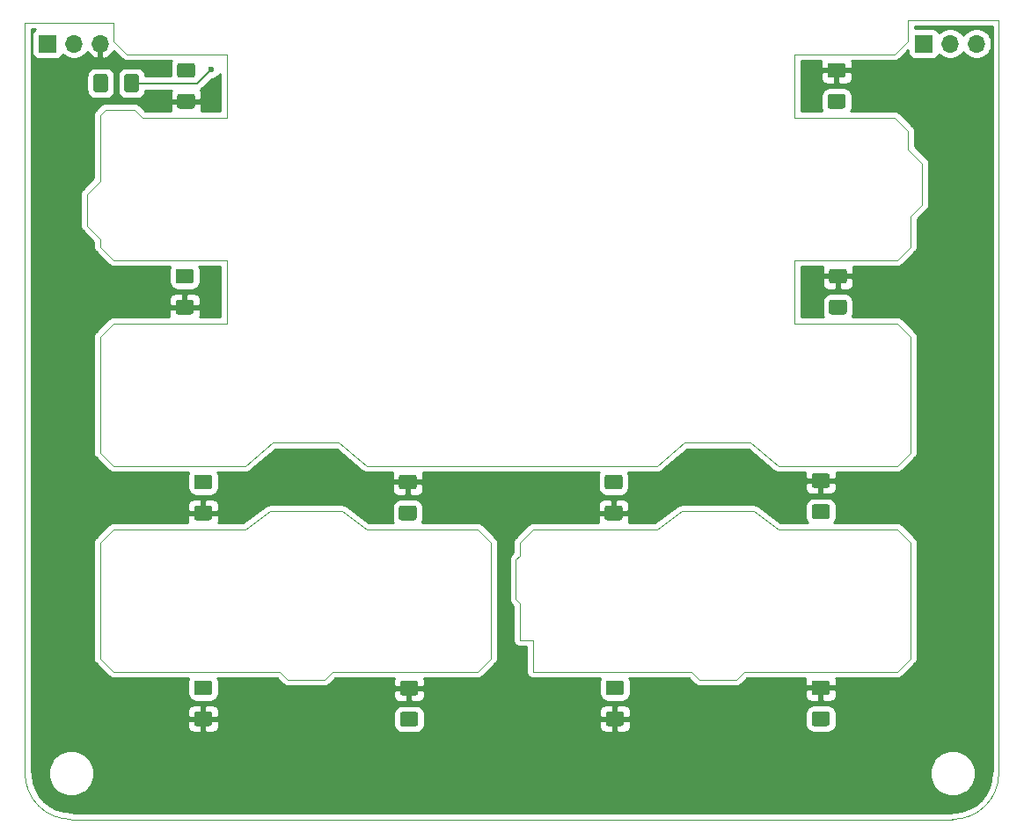
<source format=gbr>
G04 #@! TF.GenerationSoftware,KiCad,Pcbnew,(5.1.6)-1*
G04 #@! TF.CreationDate,2020-07-03T23:32:41-07:00*
G04 #@! TF.ProjectId,daughter,64617567-6874-4657-922e-6b696361645f,rev?*
G04 #@! TF.SameCoordinates,Original*
G04 #@! TF.FileFunction,Copper,L2,Bot*
G04 #@! TF.FilePolarity,Positive*
%FSLAX46Y46*%
G04 Gerber Fmt 4.6, Leading zero omitted, Abs format (unit mm)*
G04 Created by KiCad (PCBNEW (5.1.6)-1) date 2020-07-03 23:32:41*
%MOMM*%
%LPD*%
G01*
G04 APERTURE LIST*
G04 #@! TA.AperFunction,Profile*
%ADD10C,0.050000*%
G04 #@! TD*
G04 #@! TA.AperFunction,Profile*
%ADD11C,0.120000*%
G04 #@! TD*
G04 #@! TA.AperFunction,ComponentPad*
%ADD12R,1.700000X1.700000*%
G04 #@! TD*
G04 #@! TA.AperFunction,ComponentPad*
%ADD13O,1.700000X1.700000*%
G04 #@! TD*
G04 #@! TA.AperFunction,ViaPad*
%ADD14C,0.800000*%
G04 #@! TD*
G04 #@! TA.AperFunction,ViaPad*
%ADD15C,0.600000*%
G04 #@! TD*
G04 #@! TA.AperFunction,Conductor*
%ADD16C,0.135000*%
G04 #@! TD*
G04 #@! TA.AperFunction,Conductor*
%ADD17C,0.254000*%
G04 #@! TD*
G04 APERTURE END LIST*
D10*
X167005000Y-81851500D02*
X173355000Y-81851500D01*
X176022000Y-84074000D02*
X173355000Y-81851500D01*
X164338000Y-84074000D02*
X167005000Y-81851500D01*
X173672500Y-88455500D02*
X166687500Y-88455500D01*
X176022000Y-90170000D02*
X173672500Y-88455500D01*
X164338000Y-90170000D02*
X166687500Y-88455500D01*
X127381000Y-81851500D02*
X133731000Y-81851500D01*
X134048500Y-88455500D02*
X127063500Y-88455500D01*
X136398000Y-90170000D02*
X134048500Y-88455500D01*
X136398000Y-84074000D02*
X133731000Y-81851500D01*
X124714000Y-84074000D02*
X127381000Y-81851500D01*
X124714000Y-90170000D02*
X127063500Y-88455500D01*
X107950000Y-118110000D02*
X192786000Y-118110000D01*
X197231000Y-41148000D02*
X196596000Y-41148000D01*
X197231000Y-113665000D02*
X197231000Y-41148000D01*
X103505000Y-41402000D02*
X104140000Y-41402000D01*
X103505000Y-113665000D02*
X103505000Y-41402000D01*
D11*
X107950000Y-118110000D02*
G75*
G02*
X103505000Y-113665000I0J4445000D01*
G01*
X197231000Y-113665000D02*
G75*
G02*
X192786000Y-118110000I-4445000J0D01*
G01*
D10*
X188468000Y-41148000D02*
X196596000Y-41148000D01*
X188468000Y-43180000D02*
X188468000Y-41148000D01*
X187198000Y-44450000D02*
X188468000Y-43180000D01*
X177546000Y-44450000D02*
X187198000Y-44450000D01*
X177546000Y-50546000D02*
X177546000Y-44450000D01*
X187198000Y-50546000D02*
X177546000Y-50546000D01*
X188468000Y-51816000D02*
X187198000Y-50546000D01*
X188468000Y-53594000D02*
X188468000Y-51816000D01*
X189865000Y-54991000D02*
X188468000Y-53594000D01*
X189865000Y-58928000D02*
X189865000Y-54991000D01*
X188722000Y-60071000D02*
X189865000Y-58928000D01*
X188722000Y-62992000D02*
X188722000Y-60071000D01*
X187452000Y-64262000D02*
X188722000Y-62992000D01*
X177546000Y-64262000D02*
X187452000Y-64262000D01*
X177546000Y-70358000D02*
X177546000Y-64262000D01*
X187452000Y-70358000D02*
X177546000Y-70358000D01*
X188722000Y-71628000D02*
X187452000Y-70358000D01*
X188722000Y-82804000D02*
X188722000Y-71628000D01*
X187452000Y-84074000D02*
X188722000Y-82804000D01*
X176022000Y-84074000D02*
X187452000Y-84074000D01*
X187452000Y-90170000D02*
X176022000Y-90170000D01*
X188722000Y-91440000D02*
X187452000Y-90170000D01*
X188722000Y-102616000D02*
X188722000Y-91440000D01*
X187452000Y-103886000D02*
X188722000Y-102616000D01*
X172720000Y-103886000D02*
X187452000Y-103886000D01*
X171958000Y-104648000D02*
X172720000Y-103886000D01*
X168402000Y-104648000D02*
X171958000Y-104648000D01*
X167640000Y-103886000D02*
X168402000Y-104648000D01*
X152400000Y-103886000D02*
X167640000Y-103886000D01*
X152400000Y-100838000D02*
X152400000Y-103886000D01*
X151130000Y-100838000D02*
X152400000Y-100838000D01*
X151130000Y-97282000D02*
X151130000Y-100838000D01*
X150749000Y-96901000D02*
X151130000Y-97282000D01*
X150749000Y-93091000D02*
X150749000Y-96901000D01*
X151130000Y-92710000D02*
X150749000Y-93091000D01*
X151130000Y-91440000D02*
X151130000Y-92710000D01*
X152400000Y-90170000D02*
X151130000Y-91440000D01*
X164338000Y-90170000D02*
X152400000Y-90170000D01*
X136398000Y-84074000D02*
X164338000Y-84074000D01*
X147066000Y-90170000D02*
X136398000Y-90170000D01*
X148336000Y-91440000D02*
X147066000Y-90170000D01*
X148336000Y-102616000D02*
X148336000Y-91440000D01*
X147066000Y-103886000D02*
X148336000Y-102616000D01*
X133096000Y-103886000D02*
X147066000Y-103886000D01*
X132334000Y-104648000D02*
X133096000Y-103886000D01*
X128778000Y-104648000D02*
X132334000Y-104648000D01*
X128016000Y-103886000D02*
X128778000Y-104648000D01*
X112014000Y-103886000D02*
X128016000Y-103886000D01*
X110744000Y-102616000D02*
X112014000Y-103886000D01*
X110744000Y-91440000D02*
X110744000Y-102616000D01*
X112014000Y-90170000D02*
X110744000Y-91440000D01*
X124714000Y-90170000D02*
X112014000Y-90170000D01*
X112014000Y-84074000D02*
X124714000Y-84074000D01*
X110744000Y-82804000D02*
X112014000Y-84074000D01*
X110744000Y-71628000D02*
X110744000Y-82804000D01*
X112014000Y-70358000D02*
X110744000Y-71628000D01*
X122936000Y-70358000D02*
X112014000Y-70358000D01*
X122936000Y-64262000D02*
X122936000Y-70358000D01*
X112014000Y-64262000D02*
X122936000Y-64262000D01*
X110744000Y-62992000D02*
X112014000Y-64262000D01*
X110744000Y-62230000D02*
X110744000Y-62992000D01*
X109474000Y-60960000D02*
X110744000Y-62230000D01*
X109474000Y-57912000D02*
X109474000Y-60960000D01*
X110744000Y-56642000D02*
X109474000Y-57912000D01*
X110744000Y-50292000D02*
X110744000Y-56642000D01*
X111252000Y-49784000D02*
X110744000Y-50292000D01*
X114046000Y-49784000D02*
X111252000Y-49784000D01*
X114808000Y-50546000D02*
X114046000Y-49784000D01*
X122936000Y-50546000D02*
X114808000Y-50546000D01*
X122936000Y-44450000D02*
X122936000Y-50546000D01*
X113284000Y-44450000D02*
X122936000Y-44450000D01*
X112014000Y-43180000D02*
X113284000Y-44450000D01*
X112014000Y-41402000D02*
X112014000Y-43180000D01*
X104140000Y-41402000D02*
X112014000Y-41402000D01*
D12*
X105664000Y-43434000D03*
D13*
X108204000Y-43434000D03*
X110744000Y-43434000D03*
G04 #@! TA.AperFunction,SMDPad,CuDef*
G36*
G01*
X114468000Y-46619000D02*
X114468000Y-47869000D01*
G75*
G02*
X114218000Y-48119000I-250000J0D01*
G01*
X113293000Y-48119000D01*
G75*
G02*
X113043000Y-47869000I0J250000D01*
G01*
X113043000Y-46619000D01*
G75*
G02*
X113293000Y-46369000I250000J0D01*
G01*
X114218000Y-46369000D01*
G75*
G02*
X114468000Y-46619000I0J-250000D01*
G01*
G37*
G04 #@! TD.AperFunction*
G04 #@! TA.AperFunction,SMDPad,CuDef*
G36*
G01*
X111493000Y-46619000D02*
X111493000Y-47869000D01*
G75*
G02*
X111243000Y-48119000I-250000J0D01*
G01*
X110318000Y-48119000D01*
G75*
G02*
X110068000Y-47869000I0J250000D01*
G01*
X110068000Y-46619000D01*
G75*
G02*
X110318000Y-46369000I250000J0D01*
G01*
X111243000Y-46369000D01*
G75*
G02*
X111493000Y-46619000I0J-250000D01*
G01*
G37*
G04 #@! TD.AperFunction*
G04 #@! TA.AperFunction,SMDPad,CuDef*
G36*
G01*
X120025000Y-107709000D02*
X121275000Y-107709000D01*
G75*
G02*
X121525000Y-107959000I0J-250000D01*
G01*
X121525000Y-108884000D01*
G75*
G02*
X121275000Y-109134000I-250000J0D01*
G01*
X120025000Y-109134000D01*
G75*
G02*
X119775000Y-108884000I0J250000D01*
G01*
X119775000Y-107959000D01*
G75*
G02*
X120025000Y-107709000I250000J0D01*
G01*
G37*
G04 #@! TD.AperFunction*
G04 #@! TA.AperFunction,SMDPad,CuDef*
G36*
G01*
X120025000Y-104734000D02*
X121275000Y-104734000D01*
G75*
G02*
X121525000Y-104984000I0J-250000D01*
G01*
X121525000Y-105909000D01*
G75*
G02*
X121275000Y-106159000I-250000J0D01*
G01*
X120025000Y-106159000D01*
G75*
G02*
X119775000Y-105909000I0J250000D01*
G01*
X119775000Y-104984000D01*
G75*
G02*
X120025000Y-104734000I250000J0D01*
G01*
G37*
G04 #@! TD.AperFunction*
G04 #@! TA.AperFunction,SMDPad,CuDef*
G36*
G01*
X120025000Y-87897000D02*
X121275000Y-87897000D01*
G75*
G02*
X121525000Y-88147000I0J-250000D01*
G01*
X121525000Y-89072000D01*
G75*
G02*
X121275000Y-89322000I-250000J0D01*
G01*
X120025000Y-89322000D01*
G75*
G02*
X119775000Y-89072000I0J250000D01*
G01*
X119775000Y-88147000D01*
G75*
G02*
X120025000Y-87897000I250000J0D01*
G01*
G37*
G04 #@! TD.AperFunction*
G04 #@! TA.AperFunction,SMDPad,CuDef*
G36*
G01*
X120025000Y-84922000D02*
X121275000Y-84922000D01*
G75*
G02*
X121525000Y-85172000I0J-250000D01*
G01*
X121525000Y-86097000D01*
G75*
G02*
X121275000Y-86347000I-250000J0D01*
G01*
X120025000Y-86347000D01*
G75*
G02*
X119775000Y-86097000I0J250000D01*
G01*
X119775000Y-85172000D01*
G75*
G02*
X120025000Y-84922000I250000J0D01*
G01*
G37*
G04 #@! TD.AperFunction*
G04 #@! TA.AperFunction,SMDPad,CuDef*
G36*
G01*
X118247000Y-65110000D02*
X119497000Y-65110000D01*
G75*
G02*
X119747000Y-65360000I0J-250000D01*
G01*
X119747000Y-66285000D01*
G75*
G02*
X119497000Y-66535000I-250000J0D01*
G01*
X118247000Y-66535000D01*
G75*
G02*
X117997000Y-66285000I0J250000D01*
G01*
X117997000Y-65360000D01*
G75*
G02*
X118247000Y-65110000I250000J0D01*
G01*
G37*
G04 #@! TD.AperFunction*
G04 #@! TA.AperFunction,SMDPad,CuDef*
G36*
G01*
X118247000Y-68085000D02*
X119497000Y-68085000D01*
G75*
G02*
X119747000Y-68335000I0J-250000D01*
G01*
X119747000Y-69260000D01*
G75*
G02*
X119497000Y-69510000I-250000J0D01*
G01*
X118247000Y-69510000D01*
G75*
G02*
X117997000Y-69260000I0J250000D01*
G01*
X117997000Y-68335000D01*
G75*
G02*
X118247000Y-68085000I250000J0D01*
G01*
G37*
G04 #@! TD.AperFunction*
G04 #@! TA.AperFunction,SMDPad,CuDef*
G36*
G01*
X118374000Y-48273000D02*
X119624000Y-48273000D01*
G75*
G02*
X119874000Y-48523000I0J-250000D01*
G01*
X119874000Y-49448000D01*
G75*
G02*
X119624000Y-49698000I-250000J0D01*
G01*
X118374000Y-49698000D01*
G75*
G02*
X118124000Y-49448000I0J250000D01*
G01*
X118124000Y-48523000D01*
G75*
G02*
X118374000Y-48273000I250000J0D01*
G01*
G37*
G04 #@! TD.AperFunction*
G04 #@! TA.AperFunction,SMDPad,CuDef*
G36*
G01*
X118374000Y-45298000D02*
X119624000Y-45298000D01*
G75*
G02*
X119874000Y-45548000I0J-250000D01*
G01*
X119874000Y-46473000D01*
G75*
G02*
X119624000Y-46723000I-250000J0D01*
G01*
X118374000Y-46723000D01*
G75*
G02*
X118124000Y-46473000I0J250000D01*
G01*
X118124000Y-45548000D01*
G75*
G02*
X118374000Y-45298000I250000J0D01*
G01*
G37*
G04 #@! TD.AperFunction*
G04 #@! TA.AperFunction,SMDPad,CuDef*
G36*
G01*
X159522000Y-87897000D02*
X160772000Y-87897000D01*
G75*
G02*
X161022000Y-88147000I0J-250000D01*
G01*
X161022000Y-89072000D01*
G75*
G02*
X160772000Y-89322000I-250000J0D01*
G01*
X159522000Y-89322000D01*
G75*
G02*
X159272000Y-89072000I0J250000D01*
G01*
X159272000Y-88147000D01*
G75*
G02*
X159522000Y-87897000I250000J0D01*
G01*
G37*
G04 #@! TD.AperFunction*
G04 #@! TA.AperFunction,SMDPad,CuDef*
G36*
G01*
X159522000Y-84922000D02*
X160772000Y-84922000D01*
G75*
G02*
X161022000Y-85172000I0J-250000D01*
G01*
X161022000Y-86097000D01*
G75*
G02*
X160772000Y-86347000I-250000J0D01*
G01*
X159522000Y-86347000D01*
G75*
G02*
X159272000Y-86097000I0J250000D01*
G01*
X159272000Y-85172000D01*
G75*
G02*
X159522000Y-84922000I250000J0D01*
G01*
G37*
G04 #@! TD.AperFunction*
G04 #@! TA.AperFunction,SMDPad,CuDef*
G36*
G01*
X140960000Y-89322000D02*
X139710000Y-89322000D01*
G75*
G02*
X139460000Y-89072000I0J250000D01*
G01*
X139460000Y-88147000D01*
G75*
G02*
X139710000Y-87897000I250000J0D01*
G01*
X140960000Y-87897000D01*
G75*
G02*
X141210000Y-88147000I0J-250000D01*
G01*
X141210000Y-89072000D01*
G75*
G02*
X140960000Y-89322000I-250000J0D01*
G01*
G37*
G04 #@! TD.AperFunction*
G04 #@! TA.AperFunction,SMDPad,CuDef*
G36*
G01*
X140960000Y-86347000D02*
X139710000Y-86347000D01*
G75*
G02*
X139460000Y-86097000I0J250000D01*
G01*
X139460000Y-85172000D01*
G75*
G02*
X139710000Y-84922000I250000J0D01*
G01*
X140960000Y-84922000D01*
G75*
G02*
X141210000Y-85172000I0J-250000D01*
G01*
X141210000Y-86097000D01*
G75*
G02*
X140960000Y-86347000I-250000J0D01*
G01*
G37*
G04 #@! TD.AperFunction*
G04 #@! TA.AperFunction,SMDPad,CuDef*
G36*
G01*
X159649000Y-107709000D02*
X160899000Y-107709000D01*
G75*
G02*
X161149000Y-107959000I0J-250000D01*
G01*
X161149000Y-108884000D01*
G75*
G02*
X160899000Y-109134000I-250000J0D01*
G01*
X159649000Y-109134000D01*
G75*
G02*
X159399000Y-108884000I0J250000D01*
G01*
X159399000Y-107959000D01*
G75*
G02*
X159649000Y-107709000I250000J0D01*
G01*
G37*
G04 #@! TD.AperFunction*
G04 #@! TA.AperFunction,SMDPad,CuDef*
G36*
G01*
X159649000Y-104734000D02*
X160899000Y-104734000D01*
G75*
G02*
X161149000Y-104984000I0J-250000D01*
G01*
X161149000Y-105909000D01*
G75*
G02*
X160899000Y-106159000I-250000J0D01*
G01*
X159649000Y-106159000D01*
G75*
G02*
X159399000Y-105909000I0J250000D01*
G01*
X159399000Y-104984000D01*
G75*
G02*
X159649000Y-104734000I250000J0D01*
G01*
G37*
G04 #@! TD.AperFunction*
G04 #@! TA.AperFunction,SMDPad,CuDef*
G36*
G01*
X141087000Y-106195500D02*
X139837000Y-106195500D01*
G75*
G02*
X139587000Y-105945500I0J250000D01*
G01*
X139587000Y-105020500D01*
G75*
G02*
X139837000Y-104770500I250000J0D01*
G01*
X141087000Y-104770500D01*
G75*
G02*
X141337000Y-105020500I0J-250000D01*
G01*
X141337000Y-105945500D01*
G75*
G02*
X141087000Y-106195500I-250000J0D01*
G01*
G37*
G04 #@! TD.AperFunction*
G04 #@! TA.AperFunction,SMDPad,CuDef*
G36*
G01*
X141087000Y-109170500D02*
X139837000Y-109170500D01*
G75*
G02*
X139587000Y-108920500I0J250000D01*
G01*
X139587000Y-107995500D01*
G75*
G02*
X139837000Y-107745500I250000J0D01*
G01*
X141087000Y-107745500D01*
G75*
G02*
X141337000Y-107995500I0J-250000D01*
G01*
X141337000Y-108920500D01*
G75*
G02*
X141087000Y-109170500I-250000J0D01*
G01*
G37*
G04 #@! TD.AperFunction*
G04 #@! TA.AperFunction,SMDPad,CuDef*
G36*
G01*
X182235000Y-49698000D02*
X180985000Y-49698000D01*
G75*
G02*
X180735000Y-49448000I0J250000D01*
G01*
X180735000Y-48523000D01*
G75*
G02*
X180985000Y-48273000I250000J0D01*
G01*
X182235000Y-48273000D01*
G75*
G02*
X182485000Y-48523000I0J-250000D01*
G01*
X182485000Y-49448000D01*
G75*
G02*
X182235000Y-49698000I-250000J0D01*
G01*
G37*
G04 #@! TD.AperFunction*
G04 #@! TA.AperFunction,SMDPad,CuDef*
G36*
G01*
X182235000Y-46723000D02*
X180985000Y-46723000D01*
G75*
G02*
X180735000Y-46473000I0J250000D01*
G01*
X180735000Y-45548000D01*
G75*
G02*
X180985000Y-45298000I250000J0D01*
G01*
X182235000Y-45298000D01*
G75*
G02*
X182485000Y-45548000I0J-250000D01*
G01*
X182485000Y-46473000D01*
G75*
G02*
X182235000Y-46723000I-250000J0D01*
G01*
G37*
G04 #@! TD.AperFunction*
G04 #@! TA.AperFunction,SMDPad,CuDef*
G36*
G01*
X182362000Y-69510000D02*
X181112000Y-69510000D01*
G75*
G02*
X180862000Y-69260000I0J250000D01*
G01*
X180862000Y-68335000D01*
G75*
G02*
X181112000Y-68085000I250000J0D01*
G01*
X182362000Y-68085000D01*
G75*
G02*
X182612000Y-68335000I0J-250000D01*
G01*
X182612000Y-69260000D01*
G75*
G02*
X182362000Y-69510000I-250000J0D01*
G01*
G37*
G04 #@! TD.AperFunction*
G04 #@! TA.AperFunction,SMDPad,CuDef*
G36*
G01*
X182362000Y-66535000D02*
X181112000Y-66535000D01*
G75*
G02*
X180862000Y-66285000I0J250000D01*
G01*
X180862000Y-65360000D01*
G75*
G02*
X181112000Y-65110000I250000J0D01*
G01*
X182362000Y-65110000D01*
G75*
G02*
X182612000Y-65360000I0J-250000D01*
G01*
X182612000Y-66285000D01*
G75*
G02*
X182362000Y-66535000I-250000J0D01*
G01*
G37*
G04 #@! TD.AperFunction*
G04 #@! TA.AperFunction,SMDPad,CuDef*
G36*
G01*
X180711000Y-86220000D02*
X179461000Y-86220000D01*
G75*
G02*
X179211000Y-85970000I0J250000D01*
G01*
X179211000Y-85045000D01*
G75*
G02*
X179461000Y-84795000I250000J0D01*
G01*
X180711000Y-84795000D01*
G75*
G02*
X180961000Y-85045000I0J-250000D01*
G01*
X180961000Y-85970000D01*
G75*
G02*
X180711000Y-86220000I-250000J0D01*
G01*
G37*
G04 #@! TD.AperFunction*
G04 #@! TA.AperFunction,SMDPad,CuDef*
G36*
G01*
X180711000Y-89195000D02*
X179461000Y-89195000D01*
G75*
G02*
X179211000Y-88945000I0J250000D01*
G01*
X179211000Y-88020000D01*
G75*
G02*
X179461000Y-87770000I250000J0D01*
G01*
X180711000Y-87770000D01*
G75*
G02*
X180961000Y-88020000I0J-250000D01*
G01*
X180961000Y-88945000D01*
G75*
G02*
X180711000Y-89195000I-250000J0D01*
G01*
G37*
G04 #@! TD.AperFunction*
G04 #@! TA.AperFunction,SMDPad,CuDef*
G36*
G01*
X180711000Y-106159000D02*
X179461000Y-106159000D01*
G75*
G02*
X179211000Y-105909000I0J250000D01*
G01*
X179211000Y-104984000D01*
G75*
G02*
X179461000Y-104734000I250000J0D01*
G01*
X180711000Y-104734000D01*
G75*
G02*
X180961000Y-104984000I0J-250000D01*
G01*
X180961000Y-105909000D01*
G75*
G02*
X180711000Y-106159000I-250000J0D01*
G01*
G37*
G04 #@! TD.AperFunction*
G04 #@! TA.AperFunction,SMDPad,CuDef*
G36*
G01*
X180711000Y-109134000D02*
X179461000Y-109134000D01*
G75*
G02*
X179211000Y-108884000I0J250000D01*
G01*
X179211000Y-107959000D01*
G75*
G02*
X179461000Y-107709000I250000J0D01*
G01*
X180711000Y-107709000D01*
G75*
G02*
X180961000Y-107959000I0J-250000D01*
G01*
X180961000Y-108884000D01*
G75*
G02*
X180711000Y-109134000I-250000J0D01*
G01*
G37*
G04 #@! TD.AperFunction*
D12*
X189992000Y-43434000D03*
D13*
X192532000Y-43434000D03*
X195072000Y-43434000D03*
D14*
X181610000Y-46010500D03*
X181737000Y-65822500D03*
X180086000Y-85507500D03*
X180086000Y-105446500D03*
X160274000Y-108421500D03*
X160147000Y-88609500D03*
X140335000Y-85634500D03*
X140462000Y-105483000D03*
X120650000Y-108421500D03*
X120650000Y-88609500D03*
X118872000Y-68797500D03*
X118999000Y-48985500D03*
X118872000Y-65822500D03*
X120650000Y-85634500D03*
X140335000Y-88609500D03*
X160147000Y-85634500D03*
X140462000Y-108458000D03*
X160274000Y-105446500D03*
X180086000Y-108421500D03*
X180086000Y-88482500D03*
X181737000Y-68797500D03*
X181610000Y-48985500D03*
X120650000Y-105446500D03*
X118999000Y-46010500D03*
D15*
X121449000Y-45898000D03*
D14*
X110780500Y-47244000D03*
D16*
X113755500Y-47244000D02*
X120103000Y-47244000D01*
X120103000Y-47244000D02*
X121449000Y-45898000D01*
D17*
G36*
X196571000Y-113457132D02*
G01*
X196548885Y-113531792D01*
X196539142Y-113598990D01*
X196465246Y-114373512D01*
X196264893Y-115056454D01*
X195939009Y-115689195D01*
X195499357Y-116248898D01*
X194961805Y-116715363D01*
X194345738Y-117071767D01*
X193673397Y-117305243D01*
X192944576Y-117410916D01*
X192769019Y-117415207D01*
X192637943Y-117430954D01*
X192578442Y-117450000D01*
X108157868Y-117450000D01*
X108083208Y-117427885D01*
X108016010Y-117418142D01*
X107241488Y-117344246D01*
X106558546Y-117143893D01*
X105925805Y-116818009D01*
X105366102Y-116378357D01*
X104899637Y-115840805D01*
X104543233Y-115224738D01*
X104309757Y-114552397D01*
X104204084Y-113823576D01*
X104199793Y-113648019D01*
X104184046Y-113516943D01*
X104165000Y-113457442D01*
X104165000Y-113444872D01*
X105715000Y-113444872D01*
X105715000Y-113885128D01*
X105800890Y-114316925D01*
X105969369Y-114723669D01*
X106213962Y-115089729D01*
X106525271Y-115401038D01*
X106891331Y-115645631D01*
X107298075Y-115814110D01*
X107729872Y-115900000D01*
X108170128Y-115900000D01*
X108601925Y-115814110D01*
X109008669Y-115645631D01*
X109374729Y-115401038D01*
X109686038Y-115089729D01*
X109930631Y-114723669D01*
X110099110Y-114316925D01*
X110185000Y-113885128D01*
X110185000Y-113444872D01*
X190551000Y-113444872D01*
X190551000Y-113885128D01*
X190636890Y-114316925D01*
X190805369Y-114723669D01*
X191049962Y-115089729D01*
X191361271Y-115401038D01*
X191727331Y-115645631D01*
X192134075Y-115814110D01*
X192565872Y-115900000D01*
X193006128Y-115900000D01*
X193437925Y-115814110D01*
X193844669Y-115645631D01*
X194210729Y-115401038D01*
X194522038Y-115089729D01*
X194766631Y-114723669D01*
X194935110Y-114316925D01*
X195021000Y-113885128D01*
X195021000Y-113444872D01*
X194935110Y-113013075D01*
X194766631Y-112606331D01*
X194522038Y-112240271D01*
X194210729Y-111928962D01*
X193844669Y-111684369D01*
X193437925Y-111515890D01*
X193006128Y-111430000D01*
X192565872Y-111430000D01*
X192134075Y-111515890D01*
X191727331Y-111684369D01*
X191361271Y-111928962D01*
X191049962Y-112240271D01*
X190805369Y-112606331D01*
X190636890Y-113013075D01*
X190551000Y-113444872D01*
X110185000Y-113444872D01*
X110099110Y-113013075D01*
X109930631Y-112606331D01*
X109686038Y-112240271D01*
X109374729Y-111928962D01*
X109008669Y-111684369D01*
X108601925Y-111515890D01*
X108170128Y-111430000D01*
X107729872Y-111430000D01*
X107298075Y-111515890D01*
X106891331Y-111684369D01*
X106525271Y-111928962D01*
X106213962Y-112240271D01*
X105969369Y-112606331D01*
X105800890Y-113013075D01*
X105715000Y-113444872D01*
X104165000Y-113444872D01*
X104165000Y-109134000D01*
X119136928Y-109134000D01*
X119149188Y-109258482D01*
X119185498Y-109378180D01*
X119244463Y-109488494D01*
X119323815Y-109585185D01*
X119420506Y-109664537D01*
X119530820Y-109723502D01*
X119650518Y-109759812D01*
X119775000Y-109772072D01*
X120364250Y-109769000D01*
X120523000Y-109610250D01*
X120523000Y-108548500D01*
X120777000Y-108548500D01*
X120777000Y-109610250D01*
X120935750Y-109769000D01*
X121525000Y-109772072D01*
X121649482Y-109759812D01*
X121769180Y-109723502D01*
X121879494Y-109664537D01*
X121976185Y-109585185D01*
X122055537Y-109488494D01*
X122114502Y-109378180D01*
X122150812Y-109258482D01*
X122163072Y-109134000D01*
X122160000Y-108707250D01*
X122001250Y-108548500D01*
X120777000Y-108548500D01*
X120523000Y-108548500D01*
X119298750Y-108548500D01*
X119140000Y-108707250D01*
X119136928Y-109134000D01*
X104165000Y-109134000D01*
X104165000Y-107709000D01*
X119136928Y-107709000D01*
X119140000Y-108135750D01*
X119298750Y-108294500D01*
X120523000Y-108294500D01*
X120523000Y-107232750D01*
X120777000Y-107232750D01*
X120777000Y-108294500D01*
X122001250Y-108294500D01*
X122160000Y-108135750D01*
X122161009Y-107995500D01*
X138948928Y-107995500D01*
X138948928Y-108920500D01*
X138965992Y-109093754D01*
X139016528Y-109260350D01*
X139098595Y-109413886D01*
X139209038Y-109548462D01*
X139343614Y-109658905D01*
X139497150Y-109740972D01*
X139663746Y-109791508D01*
X139837000Y-109808572D01*
X141087000Y-109808572D01*
X141260254Y-109791508D01*
X141426850Y-109740972D01*
X141580386Y-109658905D01*
X141714962Y-109548462D01*
X141825405Y-109413886D01*
X141907472Y-109260350D01*
X141945799Y-109134000D01*
X158760928Y-109134000D01*
X158773188Y-109258482D01*
X158809498Y-109378180D01*
X158868463Y-109488494D01*
X158947815Y-109585185D01*
X159044506Y-109664537D01*
X159154820Y-109723502D01*
X159274518Y-109759812D01*
X159399000Y-109772072D01*
X159988250Y-109769000D01*
X160147000Y-109610250D01*
X160147000Y-108548500D01*
X160401000Y-108548500D01*
X160401000Y-109610250D01*
X160559750Y-109769000D01*
X161149000Y-109772072D01*
X161273482Y-109759812D01*
X161393180Y-109723502D01*
X161503494Y-109664537D01*
X161600185Y-109585185D01*
X161679537Y-109488494D01*
X161738502Y-109378180D01*
X161774812Y-109258482D01*
X161787072Y-109134000D01*
X161784000Y-108707250D01*
X161625250Y-108548500D01*
X160401000Y-108548500D01*
X160147000Y-108548500D01*
X158922750Y-108548500D01*
X158764000Y-108707250D01*
X158760928Y-109134000D01*
X141945799Y-109134000D01*
X141958008Y-109093754D01*
X141975072Y-108920500D01*
X141975072Y-107995500D01*
X141958008Y-107822246D01*
X141923656Y-107709000D01*
X158760928Y-107709000D01*
X158764000Y-108135750D01*
X158922750Y-108294500D01*
X160147000Y-108294500D01*
X160147000Y-107232750D01*
X160401000Y-107232750D01*
X160401000Y-108294500D01*
X161625250Y-108294500D01*
X161784000Y-108135750D01*
X161785272Y-107959000D01*
X178572928Y-107959000D01*
X178572928Y-108884000D01*
X178589992Y-109057254D01*
X178640528Y-109223850D01*
X178722595Y-109377386D01*
X178833038Y-109511962D01*
X178967614Y-109622405D01*
X179121150Y-109704472D01*
X179287746Y-109755008D01*
X179461000Y-109772072D01*
X180711000Y-109772072D01*
X180884254Y-109755008D01*
X181050850Y-109704472D01*
X181204386Y-109622405D01*
X181338962Y-109511962D01*
X181449405Y-109377386D01*
X181531472Y-109223850D01*
X181582008Y-109057254D01*
X181599072Y-108884000D01*
X181599072Y-107959000D01*
X181582008Y-107785746D01*
X181531472Y-107619150D01*
X181449405Y-107465614D01*
X181338962Y-107331038D01*
X181204386Y-107220595D01*
X181050850Y-107138528D01*
X180884254Y-107087992D01*
X180711000Y-107070928D01*
X179461000Y-107070928D01*
X179287746Y-107087992D01*
X179121150Y-107138528D01*
X178967614Y-107220595D01*
X178833038Y-107331038D01*
X178722595Y-107465614D01*
X178640528Y-107619150D01*
X178589992Y-107785746D01*
X178572928Y-107959000D01*
X161785272Y-107959000D01*
X161787072Y-107709000D01*
X161774812Y-107584518D01*
X161738502Y-107464820D01*
X161679537Y-107354506D01*
X161600185Y-107257815D01*
X161503494Y-107178463D01*
X161393180Y-107119498D01*
X161273482Y-107083188D01*
X161149000Y-107070928D01*
X160559750Y-107074000D01*
X160401000Y-107232750D01*
X160147000Y-107232750D01*
X159988250Y-107074000D01*
X159399000Y-107070928D01*
X159274518Y-107083188D01*
X159154820Y-107119498D01*
X159044506Y-107178463D01*
X158947815Y-107257815D01*
X158868463Y-107354506D01*
X158809498Y-107464820D01*
X158773188Y-107584518D01*
X158760928Y-107709000D01*
X141923656Y-107709000D01*
X141907472Y-107655650D01*
X141825405Y-107502114D01*
X141714962Y-107367538D01*
X141580386Y-107257095D01*
X141426850Y-107175028D01*
X141260254Y-107124492D01*
X141087000Y-107107428D01*
X139837000Y-107107428D01*
X139663746Y-107124492D01*
X139497150Y-107175028D01*
X139343614Y-107257095D01*
X139209038Y-107367538D01*
X139098595Y-107502114D01*
X139016528Y-107655650D01*
X138965992Y-107822246D01*
X138948928Y-107995500D01*
X122161009Y-107995500D01*
X122163072Y-107709000D01*
X122150812Y-107584518D01*
X122114502Y-107464820D01*
X122055537Y-107354506D01*
X121976185Y-107257815D01*
X121879494Y-107178463D01*
X121769180Y-107119498D01*
X121649482Y-107083188D01*
X121525000Y-107070928D01*
X120935750Y-107074000D01*
X120777000Y-107232750D01*
X120523000Y-107232750D01*
X120364250Y-107074000D01*
X119775000Y-107070928D01*
X119650518Y-107083188D01*
X119530820Y-107119498D01*
X119420506Y-107178463D01*
X119323815Y-107257815D01*
X119244463Y-107354506D01*
X119185498Y-107464820D01*
X119149188Y-107584518D01*
X119136928Y-107709000D01*
X104165000Y-107709000D01*
X104165000Y-91440000D01*
X110080808Y-91440000D01*
X110084000Y-91472409D01*
X110084001Y-102583581D01*
X110080808Y-102616000D01*
X110084001Y-102648418D01*
X110084001Y-102648419D01*
X110093551Y-102745383D01*
X110104999Y-102783122D01*
X110131290Y-102869792D01*
X110192575Y-102984450D01*
X110254386Y-103059766D01*
X110254387Y-103059767D01*
X110275053Y-103084948D01*
X110300232Y-103105612D01*
X111524386Y-104329767D01*
X111545052Y-104354948D01*
X111570231Y-104375612D01*
X111570233Y-104375614D01*
X111645549Y-104437425D01*
X111685487Y-104458772D01*
X111760207Y-104498710D01*
X111884617Y-104536450D01*
X111981581Y-104546000D01*
X111981590Y-104546000D01*
X112013999Y-104549192D01*
X112046408Y-104546000D01*
X119256990Y-104546000D01*
X119204528Y-104644150D01*
X119153992Y-104810746D01*
X119136928Y-104984000D01*
X119136928Y-105909000D01*
X119153992Y-106082254D01*
X119204528Y-106248850D01*
X119286595Y-106402386D01*
X119397038Y-106536962D01*
X119531614Y-106647405D01*
X119685150Y-106729472D01*
X119851746Y-106780008D01*
X120025000Y-106797072D01*
X121275000Y-106797072D01*
X121448254Y-106780008D01*
X121614850Y-106729472D01*
X121768386Y-106647405D01*
X121902962Y-106536962D01*
X122013405Y-106402386D01*
X122095472Y-106248850D01*
X122111655Y-106195500D01*
X138948928Y-106195500D01*
X138961188Y-106319982D01*
X138997498Y-106439680D01*
X139056463Y-106549994D01*
X139135815Y-106646685D01*
X139232506Y-106726037D01*
X139342820Y-106785002D01*
X139462518Y-106821312D01*
X139587000Y-106833572D01*
X140176250Y-106830500D01*
X140335000Y-106671750D01*
X140335000Y-105610000D01*
X140589000Y-105610000D01*
X140589000Y-106671750D01*
X140747750Y-106830500D01*
X141337000Y-106833572D01*
X141461482Y-106821312D01*
X141581180Y-106785002D01*
X141691494Y-106726037D01*
X141788185Y-106646685D01*
X141867537Y-106549994D01*
X141926502Y-106439680D01*
X141962812Y-106319982D01*
X141975072Y-106195500D01*
X141972000Y-105768750D01*
X141813250Y-105610000D01*
X140589000Y-105610000D01*
X140335000Y-105610000D01*
X139110750Y-105610000D01*
X138952000Y-105768750D01*
X138948928Y-106195500D01*
X122111655Y-106195500D01*
X122146008Y-106082254D01*
X122163072Y-105909000D01*
X122163072Y-104984000D01*
X122146008Y-104810746D01*
X122095472Y-104644150D01*
X122043010Y-104546000D01*
X127742620Y-104546000D01*
X128288388Y-105091769D01*
X128309052Y-105116948D01*
X128334231Y-105137612D01*
X128334233Y-105137614D01*
X128406900Y-105197250D01*
X128409550Y-105199425D01*
X128524207Y-105260710D01*
X128648617Y-105298450D01*
X128745581Y-105308000D01*
X128745588Y-105308000D01*
X128778000Y-105311192D01*
X128810412Y-105308000D01*
X132301591Y-105308000D01*
X132334000Y-105311192D01*
X132366409Y-105308000D01*
X132366419Y-105308000D01*
X132463383Y-105298450D01*
X132587793Y-105260710D01*
X132702450Y-105199425D01*
X132802948Y-105116948D01*
X132823616Y-105091764D01*
X133369381Y-104546000D01*
X138991528Y-104546000D01*
X138961188Y-104646018D01*
X138948928Y-104770500D01*
X138952000Y-105197250D01*
X139110750Y-105356000D01*
X140335000Y-105356000D01*
X140335000Y-105336000D01*
X140589000Y-105336000D01*
X140589000Y-105356000D01*
X141813250Y-105356000D01*
X141972000Y-105197250D01*
X141975072Y-104770500D01*
X141962812Y-104646018D01*
X141932472Y-104546000D01*
X147033591Y-104546000D01*
X147066000Y-104549192D01*
X147098409Y-104546000D01*
X147098419Y-104546000D01*
X147195383Y-104536450D01*
X147319793Y-104498710D01*
X147434450Y-104437425D01*
X147534948Y-104354948D01*
X147555616Y-104329764D01*
X148779770Y-103105611D01*
X148804948Y-103084948D01*
X148825614Y-103059767D01*
X148887425Y-102984451D01*
X148908772Y-102944513D01*
X148948710Y-102869793D01*
X148986450Y-102745383D01*
X148996000Y-102648419D01*
X148996000Y-102648410D01*
X148999192Y-102616001D01*
X148996000Y-102583592D01*
X148996000Y-93091000D01*
X150085808Y-93091000D01*
X150089000Y-93123409D01*
X150089001Y-96868581D01*
X150085808Y-96901000D01*
X150098551Y-97030382D01*
X150136290Y-97154792D01*
X150197575Y-97269450D01*
X150259386Y-97344766D01*
X150259389Y-97344769D01*
X150280053Y-97369948D01*
X150305232Y-97390612D01*
X150470000Y-97555380D01*
X150470001Y-100805571D01*
X150466807Y-100838000D01*
X150479550Y-100967383D01*
X150517290Y-101091793D01*
X150578575Y-101206450D01*
X150661052Y-101306948D01*
X150761550Y-101389425D01*
X150876207Y-101450710D01*
X151000617Y-101488450D01*
X151097581Y-101498000D01*
X151130000Y-101501193D01*
X151162419Y-101498000D01*
X151740000Y-101498000D01*
X151740001Y-103853571D01*
X151736807Y-103886000D01*
X151749550Y-104015383D01*
X151787290Y-104139793D01*
X151848575Y-104254450D01*
X151931052Y-104354948D01*
X152031550Y-104437425D01*
X152146207Y-104498710D01*
X152270617Y-104536450D01*
X152367581Y-104546000D01*
X152400000Y-104549193D01*
X152432419Y-104546000D01*
X158880990Y-104546000D01*
X158828528Y-104644150D01*
X158777992Y-104810746D01*
X158760928Y-104984000D01*
X158760928Y-105909000D01*
X158777992Y-106082254D01*
X158828528Y-106248850D01*
X158910595Y-106402386D01*
X159021038Y-106536962D01*
X159155614Y-106647405D01*
X159309150Y-106729472D01*
X159475746Y-106780008D01*
X159649000Y-106797072D01*
X160899000Y-106797072D01*
X161072254Y-106780008D01*
X161238850Y-106729472D01*
X161392386Y-106647405D01*
X161526962Y-106536962D01*
X161637405Y-106402386D01*
X161719472Y-106248850D01*
X161746727Y-106159000D01*
X178572928Y-106159000D01*
X178585188Y-106283482D01*
X178621498Y-106403180D01*
X178680463Y-106513494D01*
X178759815Y-106610185D01*
X178856506Y-106689537D01*
X178966820Y-106748502D01*
X179086518Y-106784812D01*
X179211000Y-106797072D01*
X179800250Y-106794000D01*
X179959000Y-106635250D01*
X179959000Y-105573500D01*
X180213000Y-105573500D01*
X180213000Y-106635250D01*
X180371750Y-106794000D01*
X180961000Y-106797072D01*
X181085482Y-106784812D01*
X181205180Y-106748502D01*
X181315494Y-106689537D01*
X181412185Y-106610185D01*
X181491537Y-106513494D01*
X181550502Y-106403180D01*
X181586812Y-106283482D01*
X181599072Y-106159000D01*
X181596000Y-105732250D01*
X181437250Y-105573500D01*
X180213000Y-105573500D01*
X179959000Y-105573500D01*
X178734750Y-105573500D01*
X178576000Y-105732250D01*
X178572928Y-106159000D01*
X161746727Y-106159000D01*
X161770008Y-106082254D01*
X161787072Y-105909000D01*
X161787072Y-104984000D01*
X161770008Y-104810746D01*
X161719472Y-104644150D01*
X161667010Y-104546000D01*
X167366620Y-104546000D01*
X167912388Y-105091769D01*
X167933052Y-105116948D01*
X167958231Y-105137612D01*
X167958233Y-105137614D01*
X168030900Y-105197250D01*
X168033550Y-105199425D01*
X168148207Y-105260710D01*
X168272617Y-105298450D01*
X168369581Y-105308000D01*
X168369588Y-105308000D01*
X168402000Y-105311192D01*
X168434412Y-105308000D01*
X171925591Y-105308000D01*
X171958000Y-105311192D01*
X171990409Y-105308000D01*
X171990419Y-105308000D01*
X172087383Y-105298450D01*
X172211793Y-105260710D01*
X172326450Y-105199425D01*
X172426948Y-105116948D01*
X172447616Y-105091764D01*
X172993381Y-104546000D01*
X178604456Y-104546000D01*
X178585188Y-104609518D01*
X178572928Y-104734000D01*
X178576000Y-105160750D01*
X178734750Y-105319500D01*
X179959000Y-105319500D01*
X179959000Y-105299500D01*
X180213000Y-105299500D01*
X180213000Y-105319500D01*
X181437250Y-105319500D01*
X181596000Y-105160750D01*
X181599072Y-104734000D01*
X181586812Y-104609518D01*
X181567544Y-104546000D01*
X187419591Y-104546000D01*
X187452000Y-104549192D01*
X187484409Y-104546000D01*
X187484419Y-104546000D01*
X187581383Y-104536450D01*
X187705793Y-104498710D01*
X187820450Y-104437425D01*
X187920948Y-104354948D01*
X187941616Y-104329764D01*
X189165770Y-103105611D01*
X189190948Y-103084948D01*
X189211614Y-103059767D01*
X189273425Y-102984451D01*
X189294772Y-102944513D01*
X189334710Y-102869793D01*
X189372450Y-102745383D01*
X189382000Y-102648419D01*
X189382000Y-102648410D01*
X189385192Y-102616001D01*
X189382000Y-102583592D01*
X189382000Y-91472408D01*
X189385192Y-91439999D01*
X189382000Y-91407590D01*
X189382000Y-91407581D01*
X189372450Y-91310617D01*
X189334710Y-91186207D01*
X189273426Y-91071551D01*
X189273425Y-91071549D01*
X189211614Y-90996233D01*
X189211612Y-90996231D01*
X189190948Y-90971052D01*
X189165769Y-90950388D01*
X187941616Y-89726236D01*
X187920948Y-89701052D01*
X187820450Y-89618575D01*
X187705793Y-89557290D01*
X187581383Y-89519550D01*
X187484419Y-89510000D01*
X187484409Y-89510000D01*
X187452000Y-89506808D01*
X187419591Y-89510000D01*
X181390633Y-89510000D01*
X181449405Y-89438386D01*
X181531472Y-89284850D01*
X181582008Y-89118254D01*
X181599072Y-88945000D01*
X181599072Y-88020000D01*
X181582008Y-87846746D01*
X181531472Y-87680150D01*
X181449405Y-87526614D01*
X181338962Y-87392038D01*
X181204386Y-87281595D01*
X181050850Y-87199528D01*
X180884254Y-87148992D01*
X180711000Y-87131928D01*
X179461000Y-87131928D01*
X179287746Y-87148992D01*
X179121150Y-87199528D01*
X178967614Y-87281595D01*
X178833038Y-87392038D01*
X178722595Y-87526614D01*
X178640528Y-87680150D01*
X178589992Y-87846746D01*
X178572928Y-88020000D01*
X178572928Y-88945000D01*
X178589992Y-89118254D01*
X178640528Y-89284850D01*
X178722595Y-89438386D01*
X178781367Y-89510000D01*
X176237207Y-89510000D01*
X174076699Y-87933413D01*
X174040950Y-87904075D01*
X173995646Y-87879860D01*
X173951405Y-87853806D01*
X173938425Y-87849275D01*
X173926293Y-87842790D01*
X173877125Y-87827875D01*
X173828661Y-87810956D01*
X173815051Y-87809044D01*
X173801883Y-87805050D01*
X173750761Y-87800015D01*
X173699917Y-87792874D01*
X173653756Y-87795500D01*
X166706243Y-87795500D01*
X166660082Y-87792874D01*
X166609236Y-87800015D01*
X166558117Y-87805050D01*
X166544950Y-87809044D01*
X166531338Y-87810956D01*
X166482859Y-87827880D01*
X166433707Y-87842790D01*
X166421582Y-87849271D01*
X166408594Y-87853805D01*
X166364335Y-87879870D01*
X166319050Y-87904075D01*
X166283309Y-87933407D01*
X164122793Y-89510000D01*
X161628544Y-89510000D01*
X161647812Y-89446482D01*
X161660072Y-89322000D01*
X161657000Y-88895250D01*
X161498250Y-88736500D01*
X160274000Y-88736500D01*
X160274000Y-88756500D01*
X160020000Y-88756500D01*
X160020000Y-88736500D01*
X158795750Y-88736500D01*
X158637000Y-88895250D01*
X158633928Y-89322000D01*
X158646188Y-89446482D01*
X158665456Y-89510000D01*
X152432408Y-89510000D01*
X152399999Y-89506808D01*
X152367590Y-89510000D01*
X152367581Y-89510000D01*
X152270617Y-89519550D01*
X152146207Y-89557290D01*
X152071487Y-89597228D01*
X152031549Y-89618575D01*
X151956233Y-89680386D01*
X151931052Y-89701052D01*
X151910388Y-89726231D01*
X150686236Y-90950384D01*
X150661052Y-90971052D01*
X150640387Y-90996233D01*
X150640386Y-90996234D01*
X150578575Y-91071550D01*
X150517291Y-91186207D01*
X150517290Y-91186208D01*
X150479550Y-91310618D01*
X150470000Y-91407582D01*
X150470000Y-91407591D01*
X150466808Y-91440000D01*
X150470000Y-91472409D01*
X150470001Y-92436619D01*
X150305236Y-92601384D01*
X150280052Y-92622052D01*
X150259386Y-92647234D01*
X150197575Y-92722550D01*
X150186955Y-92742419D01*
X150136290Y-92837208D01*
X150098550Y-92961618D01*
X150089000Y-93058582D01*
X150089000Y-93058591D01*
X150085808Y-93091000D01*
X148996000Y-93091000D01*
X148996000Y-91472408D01*
X148999192Y-91439999D01*
X148996000Y-91407590D01*
X148996000Y-91407581D01*
X148986450Y-91310617D01*
X148948710Y-91186207D01*
X148887426Y-91071551D01*
X148887425Y-91071549D01*
X148825614Y-90996233D01*
X148825612Y-90996231D01*
X148804948Y-90971052D01*
X148779769Y-90950388D01*
X147555616Y-89726236D01*
X147534948Y-89701052D01*
X147434450Y-89618575D01*
X147319793Y-89557290D01*
X147195383Y-89519550D01*
X147098419Y-89510000D01*
X147098409Y-89510000D01*
X147066000Y-89506808D01*
X147033591Y-89510000D01*
X141728010Y-89510000D01*
X141780472Y-89411850D01*
X141831008Y-89245254D01*
X141848072Y-89072000D01*
X141848072Y-88147000D01*
X141831008Y-87973746D01*
X141807728Y-87897000D01*
X158633928Y-87897000D01*
X158637000Y-88323750D01*
X158795750Y-88482500D01*
X160020000Y-88482500D01*
X160020000Y-87420750D01*
X160274000Y-87420750D01*
X160274000Y-88482500D01*
X161498250Y-88482500D01*
X161657000Y-88323750D01*
X161660072Y-87897000D01*
X161647812Y-87772518D01*
X161611502Y-87652820D01*
X161552537Y-87542506D01*
X161473185Y-87445815D01*
X161376494Y-87366463D01*
X161266180Y-87307498D01*
X161146482Y-87271188D01*
X161022000Y-87258928D01*
X160432750Y-87262000D01*
X160274000Y-87420750D01*
X160020000Y-87420750D01*
X159861250Y-87262000D01*
X159272000Y-87258928D01*
X159147518Y-87271188D01*
X159027820Y-87307498D01*
X158917506Y-87366463D01*
X158820815Y-87445815D01*
X158741463Y-87542506D01*
X158682498Y-87652820D01*
X158646188Y-87772518D01*
X158633928Y-87897000D01*
X141807728Y-87897000D01*
X141780472Y-87807150D01*
X141698405Y-87653614D01*
X141587962Y-87519038D01*
X141453386Y-87408595D01*
X141299850Y-87326528D01*
X141133254Y-87275992D01*
X140960000Y-87258928D01*
X139710000Y-87258928D01*
X139536746Y-87275992D01*
X139370150Y-87326528D01*
X139216614Y-87408595D01*
X139082038Y-87519038D01*
X138971595Y-87653614D01*
X138889528Y-87807150D01*
X138838992Y-87973746D01*
X138821928Y-88147000D01*
X138821928Y-89072000D01*
X138838992Y-89245254D01*
X138889528Y-89411850D01*
X138941990Y-89510000D01*
X136613207Y-89510000D01*
X134452699Y-87933413D01*
X134416950Y-87904075D01*
X134371646Y-87879860D01*
X134327405Y-87853806D01*
X134314425Y-87849275D01*
X134302293Y-87842790D01*
X134253125Y-87827875D01*
X134204661Y-87810956D01*
X134191051Y-87809044D01*
X134177883Y-87805050D01*
X134126761Y-87800015D01*
X134075917Y-87792874D01*
X134029756Y-87795500D01*
X127082243Y-87795500D01*
X127036082Y-87792874D01*
X126985236Y-87800015D01*
X126934117Y-87805050D01*
X126920950Y-87809044D01*
X126907338Y-87810956D01*
X126858859Y-87827880D01*
X126809707Y-87842790D01*
X126797582Y-87849271D01*
X126784594Y-87853805D01*
X126740335Y-87879870D01*
X126695050Y-87904075D01*
X126659309Y-87933407D01*
X124498793Y-89510000D01*
X122131544Y-89510000D01*
X122150812Y-89446482D01*
X122163072Y-89322000D01*
X122160000Y-88895250D01*
X122001250Y-88736500D01*
X120777000Y-88736500D01*
X120777000Y-88756500D01*
X120523000Y-88756500D01*
X120523000Y-88736500D01*
X119298750Y-88736500D01*
X119140000Y-88895250D01*
X119136928Y-89322000D01*
X119149188Y-89446482D01*
X119168456Y-89510000D01*
X112046408Y-89510000D01*
X112013999Y-89506808D01*
X111981590Y-89510000D01*
X111981581Y-89510000D01*
X111884617Y-89519550D01*
X111760207Y-89557290D01*
X111685487Y-89597228D01*
X111645549Y-89618575D01*
X111570233Y-89680386D01*
X111545052Y-89701052D01*
X111524388Y-89726231D01*
X110300236Y-90950384D01*
X110275052Y-90971052D01*
X110254387Y-90996233D01*
X110254386Y-90996234D01*
X110192575Y-91071550D01*
X110131291Y-91186207D01*
X110131290Y-91186208D01*
X110093550Y-91310618D01*
X110084000Y-91407582D01*
X110084000Y-91407591D01*
X110080808Y-91440000D01*
X104165000Y-91440000D01*
X104165000Y-87897000D01*
X119136928Y-87897000D01*
X119140000Y-88323750D01*
X119298750Y-88482500D01*
X120523000Y-88482500D01*
X120523000Y-87420750D01*
X120777000Y-87420750D01*
X120777000Y-88482500D01*
X122001250Y-88482500D01*
X122160000Y-88323750D01*
X122163072Y-87897000D01*
X122150812Y-87772518D01*
X122114502Y-87652820D01*
X122055537Y-87542506D01*
X121976185Y-87445815D01*
X121879494Y-87366463D01*
X121769180Y-87307498D01*
X121649482Y-87271188D01*
X121525000Y-87258928D01*
X120935750Y-87262000D01*
X120777000Y-87420750D01*
X120523000Y-87420750D01*
X120364250Y-87262000D01*
X119775000Y-87258928D01*
X119650518Y-87271188D01*
X119530820Y-87307498D01*
X119420506Y-87366463D01*
X119323815Y-87445815D01*
X119244463Y-87542506D01*
X119185498Y-87652820D01*
X119149188Y-87772518D01*
X119136928Y-87897000D01*
X104165000Y-87897000D01*
X104165000Y-68085000D01*
X117358928Y-68085000D01*
X117362000Y-68511750D01*
X117520750Y-68670500D01*
X118745000Y-68670500D01*
X118745000Y-67608750D01*
X118999000Y-67608750D01*
X118999000Y-68670500D01*
X120223250Y-68670500D01*
X120382000Y-68511750D01*
X120385072Y-68085000D01*
X120372812Y-67960518D01*
X120336502Y-67840820D01*
X120277537Y-67730506D01*
X120198185Y-67633815D01*
X120101494Y-67554463D01*
X119991180Y-67495498D01*
X119871482Y-67459188D01*
X119747000Y-67446928D01*
X119157750Y-67450000D01*
X118999000Y-67608750D01*
X118745000Y-67608750D01*
X118586250Y-67450000D01*
X117997000Y-67446928D01*
X117872518Y-67459188D01*
X117752820Y-67495498D01*
X117642506Y-67554463D01*
X117545815Y-67633815D01*
X117466463Y-67730506D01*
X117407498Y-67840820D01*
X117371188Y-67960518D01*
X117358928Y-68085000D01*
X104165000Y-68085000D01*
X104165000Y-46619000D01*
X109429928Y-46619000D01*
X109429928Y-47869000D01*
X109446992Y-48042254D01*
X109497528Y-48208850D01*
X109579595Y-48362386D01*
X109690038Y-48496962D01*
X109824614Y-48607405D01*
X109978150Y-48689472D01*
X110144746Y-48740008D01*
X110318000Y-48757072D01*
X111243000Y-48757072D01*
X111416254Y-48740008D01*
X111582850Y-48689472D01*
X111736386Y-48607405D01*
X111870962Y-48496962D01*
X111981405Y-48362386D01*
X112063472Y-48208850D01*
X112114008Y-48042254D01*
X112131072Y-47869000D01*
X112131072Y-46619000D01*
X112114008Y-46445746D01*
X112063472Y-46279150D01*
X111981405Y-46125614D01*
X111870962Y-45991038D01*
X111736386Y-45880595D01*
X111582850Y-45798528D01*
X111416254Y-45747992D01*
X111243000Y-45730928D01*
X110318000Y-45730928D01*
X110144746Y-45747992D01*
X109978150Y-45798528D01*
X109824614Y-45880595D01*
X109690038Y-45991038D01*
X109579595Y-46125614D01*
X109497528Y-46279150D01*
X109446992Y-46445746D01*
X109429928Y-46619000D01*
X104165000Y-46619000D01*
X104165000Y-42062000D01*
X104449104Y-42062000D01*
X104362815Y-42132815D01*
X104283463Y-42229506D01*
X104224498Y-42339820D01*
X104188188Y-42459518D01*
X104175928Y-42584000D01*
X104175928Y-44284000D01*
X104188188Y-44408482D01*
X104224498Y-44528180D01*
X104283463Y-44638494D01*
X104362815Y-44735185D01*
X104459506Y-44814537D01*
X104569820Y-44873502D01*
X104689518Y-44909812D01*
X104814000Y-44922072D01*
X106514000Y-44922072D01*
X106638482Y-44909812D01*
X106758180Y-44873502D01*
X106868494Y-44814537D01*
X106965185Y-44735185D01*
X107044537Y-44638494D01*
X107103502Y-44528180D01*
X107125513Y-44455620D01*
X107257368Y-44587475D01*
X107500589Y-44749990D01*
X107770842Y-44861932D01*
X108057740Y-44919000D01*
X108350260Y-44919000D01*
X108637158Y-44861932D01*
X108907411Y-44749990D01*
X109150632Y-44587475D01*
X109357475Y-44380632D01*
X109479195Y-44198466D01*
X109548822Y-44315355D01*
X109743731Y-44531588D01*
X109977080Y-44705641D01*
X110239901Y-44830825D01*
X110387110Y-44875476D01*
X110617000Y-44754155D01*
X110617000Y-43561000D01*
X110597000Y-43561000D01*
X110597000Y-43307000D01*
X110617000Y-43307000D01*
X110617000Y-43287000D01*
X110871000Y-43287000D01*
X110871000Y-43307000D01*
X110891000Y-43307000D01*
X110891000Y-43561000D01*
X110871000Y-43561000D01*
X110871000Y-44754155D01*
X111100890Y-44875476D01*
X111248099Y-44830825D01*
X111510920Y-44705641D01*
X111744269Y-44531588D01*
X111939178Y-44315355D01*
X112042507Y-44141888D01*
X112794388Y-44893769D01*
X112815052Y-44918948D01*
X112840231Y-44939612D01*
X112840233Y-44939614D01*
X112915549Y-45001425D01*
X112955487Y-45022772D01*
X113030207Y-45062710D01*
X113154617Y-45100450D01*
X113251581Y-45110000D01*
X113251590Y-45110000D01*
X113283999Y-45113192D01*
X113316408Y-45110000D01*
X117605990Y-45110000D01*
X117553528Y-45208150D01*
X117502992Y-45374746D01*
X117485928Y-45548000D01*
X117485928Y-46473000D01*
X117492675Y-46541500D01*
X115098439Y-46541500D01*
X115089008Y-46445746D01*
X115038472Y-46279150D01*
X114956405Y-46125614D01*
X114845962Y-45991038D01*
X114711386Y-45880595D01*
X114557850Y-45798528D01*
X114391254Y-45747992D01*
X114218000Y-45730928D01*
X113293000Y-45730928D01*
X113119746Y-45747992D01*
X112953150Y-45798528D01*
X112799614Y-45880595D01*
X112665038Y-45991038D01*
X112554595Y-46125614D01*
X112472528Y-46279150D01*
X112421992Y-46445746D01*
X112404928Y-46619000D01*
X112404928Y-47869000D01*
X112421992Y-48042254D01*
X112472528Y-48208850D01*
X112554595Y-48362386D01*
X112665038Y-48496962D01*
X112799614Y-48607405D01*
X112953150Y-48689472D01*
X113119746Y-48740008D01*
X113293000Y-48757072D01*
X114218000Y-48757072D01*
X114391254Y-48740008D01*
X114557850Y-48689472D01*
X114711386Y-48607405D01*
X114845962Y-48496962D01*
X114956405Y-48362386D01*
X115038472Y-48208850D01*
X115089008Y-48042254D01*
X115098439Y-47946500D01*
X117578500Y-47946500D01*
X117534498Y-48028820D01*
X117498188Y-48148518D01*
X117485928Y-48273000D01*
X117489000Y-48699750D01*
X117647750Y-48858500D01*
X118872000Y-48858500D01*
X118872000Y-48838500D01*
X119126000Y-48838500D01*
X119126000Y-48858500D01*
X120350250Y-48858500D01*
X120509000Y-48699750D01*
X120512072Y-48273000D01*
X120499812Y-48148518D01*
X120463502Y-48028820D01*
X120404537Y-47918506D01*
X120382219Y-47891311D01*
X120495176Y-47830934D01*
X120602146Y-47743146D01*
X120624150Y-47716334D01*
X121507485Y-46833000D01*
X121541089Y-46833000D01*
X121721729Y-46797068D01*
X121891889Y-46726586D01*
X122045028Y-46624262D01*
X122175262Y-46494028D01*
X122276000Y-46343262D01*
X122276001Y-49886000D01*
X120480544Y-49886000D01*
X120499812Y-49822482D01*
X120512072Y-49698000D01*
X120509000Y-49271250D01*
X120350250Y-49112500D01*
X119126000Y-49112500D01*
X119126000Y-49132500D01*
X118872000Y-49132500D01*
X118872000Y-49112500D01*
X117647750Y-49112500D01*
X117489000Y-49271250D01*
X117485928Y-49698000D01*
X117498188Y-49822482D01*
X117517456Y-49886000D01*
X115081381Y-49886000D01*
X114535616Y-49340236D01*
X114514948Y-49315052D01*
X114414450Y-49232575D01*
X114299793Y-49171290D01*
X114175383Y-49133550D01*
X114078419Y-49124000D01*
X114078409Y-49124000D01*
X114046000Y-49120808D01*
X114013591Y-49124000D01*
X111284408Y-49124000D01*
X111251999Y-49120808D01*
X111219590Y-49124000D01*
X111219581Y-49124000D01*
X111122617Y-49133550D01*
X110998207Y-49171290D01*
X110883550Y-49232575D01*
X110783052Y-49315052D01*
X110762388Y-49340231D01*
X110300236Y-49802384D01*
X110275052Y-49823052D01*
X110254386Y-49848234D01*
X110192575Y-49923550D01*
X110154612Y-49994575D01*
X110131290Y-50038208D01*
X110093550Y-50162618D01*
X110084000Y-50259582D01*
X110084000Y-50259591D01*
X110080808Y-50292000D01*
X110084000Y-50324409D01*
X110084001Y-56368618D01*
X109030236Y-57422384D01*
X109005052Y-57443052D01*
X108984386Y-57468234D01*
X108922575Y-57543550D01*
X108861291Y-57658207D01*
X108861290Y-57658208D01*
X108823550Y-57782618D01*
X108814000Y-57879582D01*
X108814000Y-57879591D01*
X108810808Y-57912000D01*
X108814000Y-57944409D01*
X108814001Y-60927581D01*
X108810808Y-60960000D01*
X108823551Y-61089382D01*
X108861290Y-61213792D01*
X108922575Y-61328450D01*
X108984386Y-61403766D01*
X108984389Y-61403769D01*
X109005053Y-61428948D01*
X109030232Y-61449612D01*
X110084000Y-62503381D01*
X110084000Y-62959591D01*
X110080808Y-62992000D01*
X110084000Y-63024409D01*
X110084000Y-63024419D01*
X110093550Y-63121383D01*
X110118145Y-63202457D01*
X110131290Y-63245792D01*
X110192575Y-63360450D01*
X110254386Y-63435766D01*
X110254387Y-63435767D01*
X110275053Y-63460948D01*
X110300232Y-63481612D01*
X111524388Y-64705769D01*
X111545052Y-64730948D01*
X111570231Y-64751612D01*
X111570233Y-64751614D01*
X111645549Y-64813425D01*
X111685487Y-64834772D01*
X111760207Y-64874710D01*
X111884617Y-64912450D01*
X111981581Y-64922000D01*
X111981590Y-64922000D01*
X112013999Y-64925192D01*
X112046408Y-64922000D01*
X117478990Y-64922000D01*
X117426528Y-65020150D01*
X117375992Y-65186746D01*
X117358928Y-65360000D01*
X117358928Y-66285000D01*
X117375992Y-66458254D01*
X117426528Y-66624850D01*
X117508595Y-66778386D01*
X117619038Y-66912962D01*
X117753614Y-67023405D01*
X117907150Y-67105472D01*
X118073746Y-67156008D01*
X118247000Y-67173072D01*
X119497000Y-67173072D01*
X119670254Y-67156008D01*
X119836850Y-67105472D01*
X119990386Y-67023405D01*
X120124962Y-66912962D01*
X120235405Y-66778386D01*
X120317472Y-66624850D01*
X120368008Y-66458254D01*
X120385072Y-66285000D01*
X120385072Y-65360000D01*
X120368008Y-65186746D01*
X120317472Y-65020150D01*
X120265010Y-64922000D01*
X122276000Y-64922000D01*
X122276001Y-69698000D01*
X120353544Y-69698000D01*
X120372812Y-69634482D01*
X120385072Y-69510000D01*
X120382000Y-69083250D01*
X120223250Y-68924500D01*
X118999000Y-68924500D01*
X118999000Y-68944500D01*
X118745000Y-68944500D01*
X118745000Y-68924500D01*
X117520750Y-68924500D01*
X117362000Y-69083250D01*
X117358928Y-69510000D01*
X117371188Y-69634482D01*
X117390456Y-69698000D01*
X112046408Y-69698000D01*
X112013999Y-69694808D01*
X111981590Y-69698000D01*
X111981581Y-69698000D01*
X111884617Y-69707550D01*
X111760207Y-69745290D01*
X111685487Y-69785228D01*
X111645549Y-69806575D01*
X111570233Y-69868386D01*
X111545052Y-69889052D01*
X111524388Y-69914231D01*
X110300236Y-71138384D01*
X110275052Y-71159052D01*
X110254387Y-71184233D01*
X110254386Y-71184234D01*
X110192575Y-71259550D01*
X110131291Y-71374207D01*
X110131290Y-71374208D01*
X110093550Y-71498618D01*
X110084000Y-71595582D01*
X110084000Y-71595591D01*
X110080808Y-71628000D01*
X110084000Y-71660409D01*
X110084001Y-82771581D01*
X110080808Y-82804000D01*
X110084001Y-82836418D01*
X110084001Y-82836419D01*
X110093551Y-82933383D01*
X110104999Y-82971122D01*
X110131290Y-83057792D01*
X110192575Y-83172450D01*
X110254386Y-83247766D01*
X110254387Y-83247767D01*
X110275053Y-83272948D01*
X110300232Y-83293612D01*
X111524388Y-84517769D01*
X111545052Y-84542948D01*
X111570231Y-84563612D01*
X111570233Y-84563614D01*
X111645549Y-84625425D01*
X111685487Y-84646772D01*
X111760207Y-84686710D01*
X111884617Y-84724450D01*
X111981581Y-84734000D01*
X111981590Y-84734000D01*
X112013999Y-84737192D01*
X112046408Y-84734000D01*
X119256990Y-84734000D01*
X119204528Y-84832150D01*
X119153992Y-84998746D01*
X119136928Y-85172000D01*
X119136928Y-86097000D01*
X119153992Y-86270254D01*
X119204528Y-86436850D01*
X119286595Y-86590386D01*
X119397038Y-86724962D01*
X119531614Y-86835405D01*
X119685150Y-86917472D01*
X119851746Y-86968008D01*
X120025000Y-86985072D01*
X121275000Y-86985072D01*
X121448254Y-86968008D01*
X121614850Y-86917472D01*
X121768386Y-86835405D01*
X121902962Y-86724962D01*
X122013405Y-86590386D01*
X122095472Y-86436850D01*
X122122727Y-86347000D01*
X138821928Y-86347000D01*
X138834188Y-86471482D01*
X138870498Y-86591180D01*
X138929463Y-86701494D01*
X139008815Y-86798185D01*
X139105506Y-86877537D01*
X139215820Y-86936502D01*
X139335518Y-86972812D01*
X139460000Y-86985072D01*
X140049250Y-86982000D01*
X140208000Y-86823250D01*
X140208000Y-85761500D01*
X140462000Y-85761500D01*
X140462000Y-86823250D01*
X140620750Y-86982000D01*
X141210000Y-86985072D01*
X141334482Y-86972812D01*
X141454180Y-86936502D01*
X141564494Y-86877537D01*
X141661185Y-86798185D01*
X141740537Y-86701494D01*
X141799502Y-86591180D01*
X141835812Y-86471482D01*
X141848072Y-86347000D01*
X141845000Y-85920250D01*
X141686250Y-85761500D01*
X140462000Y-85761500D01*
X140208000Y-85761500D01*
X138983750Y-85761500D01*
X138825000Y-85920250D01*
X138821928Y-86347000D01*
X122122727Y-86347000D01*
X122146008Y-86270254D01*
X122163072Y-86097000D01*
X122163072Y-85172000D01*
X122146008Y-84998746D01*
X122095472Y-84832150D01*
X122043010Y-84734000D01*
X124651504Y-84734000D01*
X124653958Y-84734469D01*
X124716365Y-84734000D01*
X124746419Y-84734000D01*
X124748902Y-84733755D01*
X124783962Y-84733492D01*
X124813428Y-84727400D01*
X124843383Y-84724450D01*
X124876945Y-84714269D01*
X124911278Y-84707171D01*
X124938992Y-84695447D01*
X124967793Y-84686710D01*
X124998720Y-84670179D01*
X125031013Y-84656518D01*
X125055906Y-84639613D01*
X125082450Y-84625425D01*
X125109560Y-84603176D01*
X125111616Y-84601780D01*
X125134623Y-84582608D01*
X125182948Y-84542948D01*
X125184535Y-84541014D01*
X127619952Y-82511500D01*
X133492049Y-82511500D01*
X135927467Y-84541017D01*
X135929052Y-84542948D01*
X135977313Y-84582555D01*
X136000383Y-84601780D01*
X136002445Y-84603180D01*
X136029550Y-84625425D01*
X136056089Y-84639610D01*
X136080986Y-84656518D01*
X136113284Y-84670181D01*
X136144207Y-84686710D01*
X136173005Y-84695446D01*
X136200721Y-84707171D01*
X136235057Y-84714270D01*
X136268617Y-84724450D01*
X136298570Y-84727400D01*
X136328037Y-84733492D01*
X136363098Y-84733755D01*
X136365581Y-84734000D01*
X136395634Y-84734000D01*
X136458042Y-84734469D01*
X136460496Y-84734000D01*
X138853456Y-84734000D01*
X138834188Y-84797518D01*
X138821928Y-84922000D01*
X138825000Y-85348750D01*
X138983750Y-85507500D01*
X140208000Y-85507500D01*
X140208000Y-85487500D01*
X140462000Y-85487500D01*
X140462000Y-85507500D01*
X141686250Y-85507500D01*
X141845000Y-85348750D01*
X141848072Y-84922000D01*
X141835812Y-84797518D01*
X141816544Y-84734000D01*
X158753990Y-84734000D01*
X158701528Y-84832150D01*
X158650992Y-84998746D01*
X158633928Y-85172000D01*
X158633928Y-86097000D01*
X158650992Y-86270254D01*
X158701528Y-86436850D01*
X158783595Y-86590386D01*
X158894038Y-86724962D01*
X159028614Y-86835405D01*
X159182150Y-86917472D01*
X159348746Y-86968008D01*
X159522000Y-86985072D01*
X160772000Y-86985072D01*
X160945254Y-86968008D01*
X161111850Y-86917472D01*
X161265386Y-86835405D01*
X161399962Y-86724962D01*
X161510405Y-86590386D01*
X161592472Y-86436850D01*
X161643008Y-86270254D01*
X161647957Y-86220000D01*
X178572928Y-86220000D01*
X178585188Y-86344482D01*
X178621498Y-86464180D01*
X178680463Y-86574494D01*
X178759815Y-86671185D01*
X178856506Y-86750537D01*
X178966820Y-86809502D01*
X179086518Y-86845812D01*
X179211000Y-86858072D01*
X179800250Y-86855000D01*
X179959000Y-86696250D01*
X179959000Y-85634500D01*
X180213000Y-85634500D01*
X180213000Y-86696250D01*
X180371750Y-86855000D01*
X180961000Y-86858072D01*
X181085482Y-86845812D01*
X181205180Y-86809502D01*
X181315494Y-86750537D01*
X181412185Y-86671185D01*
X181491537Y-86574494D01*
X181550502Y-86464180D01*
X181586812Y-86344482D01*
X181599072Y-86220000D01*
X181596000Y-85793250D01*
X181437250Y-85634500D01*
X180213000Y-85634500D01*
X179959000Y-85634500D01*
X178734750Y-85634500D01*
X178576000Y-85793250D01*
X178572928Y-86220000D01*
X161647957Y-86220000D01*
X161660072Y-86097000D01*
X161660072Y-85172000D01*
X161643008Y-84998746D01*
X161592472Y-84832150D01*
X161540010Y-84734000D01*
X164275504Y-84734000D01*
X164277958Y-84734469D01*
X164340365Y-84734000D01*
X164370419Y-84734000D01*
X164372902Y-84733755D01*
X164407962Y-84733492D01*
X164437428Y-84727400D01*
X164467383Y-84724450D01*
X164500945Y-84714269D01*
X164535278Y-84707171D01*
X164562992Y-84695447D01*
X164591793Y-84686710D01*
X164622720Y-84670179D01*
X164655013Y-84656518D01*
X164679906Y-84639613D01*
X164706450Y-84625425D01*
X164733560Y-84603176D01*
X164735616Y-84601780D01*
X164758623Y-84582608D01*
X164806948Y-84542948D01*
X164808535Y-84541014D01*
X167243952Y-82511500D01*
X173116049Y-82511500D01*
X175551467Y-84541017D01*
X175553052Y-84542948D01*
X175601313Y-84582555D01*
X175624383Y-84601780D01*
X175626445Y-84603180D01*
X175653550Y-84625425D01*
X175680089Y-84639610D01*
X175704986Y-84656518D01*
X175737284Y-84670181D01*
X175768207Y-84686710D01*
X175797005Y-84695446D01*
X175824721Y-84707171D01*
X175859057Y-84714270D01*
X175892617Y-84724450D01*
X175922570Y-84727400D01*
X175952037Y-84733492D01*
X175987098Y-84733755D01*
X175989581Y-84734000D01*
X176019634Y-84734000D01*
X176082042Y-84734469D01*
X176084496Y-84734000D01*
X178578936Y-84734000D01*
X178572928Y-84795000D01*
X178576000Y-85221750D01*
X178734750Y-85380500D01*
X179959000Y-85380500D01*
X179959000Y-85360500D01*
X180213000Y-85360500D01*
X180213000Y-85380500D01*
X181437250Y-85380500D01*
X181596000Y-85221750D01*
X181599072Y-84795000D01*
X181593064Y-84734000D01*
X187419591Y-84734000D01*
X187452000Y-84737192D01*
X187484409Y-84734000D01*
X187484419Y-84734000D01*
X187581383Y-84724450D01*
X187705793Y-84686710D01*
X187820450Y-84625425D01*
X187920948Y-84542948D01*
X187941616Y-84517764D01*
X189165770Y-83293611D01*
X189190948Y-83272948D01*
X189211614Y-83247767D01*
X189273425Y-83172451D01*
X189294772Y-83132513D01*
X189334710Y-83057793D01*
X189372450Y-82933383D01*
X189382000Y-82836419D01*
X189382000Y-82836410D01*
X189385192Y-82804001D01*
X189382000Y-82771592D01*
X189382000Y-71660408D01*
X189385192Y-71627999D01*
X189382000Y-71595590D01*
X189382000Y-71595581D01*
X189372450Y-71498617D01*
X189334710Y-71374207D01*
X189273426Y-71259551D01*
X189273425Y-71259549D01*
X189211614Y-71184233D01*
X189211612Y-71184231D01*
X189190948Y-71159052D01*
X189165769Y-71138388D01*
X187941616Y-69914236D01*
X187920948Y-69889052D01*
X187820450Y-69806575D01*
X187705793Y-69745290D01*
X187581383Y-69707550D01*
X187484419Y-69698000D01*
X187484409Y-69698000D01*
X187452000Y-69694808D01*
X187419591Y-69698000D01*
X183130010Y-69698000D01*
X183182472Y-69599850D01*
X183233008Y-69433254D01*
X183250072Y-69260000D01*
X183250072Y-68335000D01*
X183233008Y-68161746D01*
X183182472Y-67995150D01*
X183100405Y-67841614D01*
X182989962Y-67707038D01*
X182855386Y-67596595D01*
X182701850Y-67514528D01*
X182535254Y-67463992D01*
X182362000Y-67446928D01*
X181112000Y-67446928D01*
X180938746Y-67463992D01*
X180772150Y-67514528D01*
X180618614Y-67596595D01*
X180484038Y-67707038D01*
X180373595Y-67841614D01*
X180291528Y-67995150D01*
X180240992Y-68161746D01*
X180223928Y-68335000D01*
X180223928Y-69260000D01*
X180240992Y-69433254D01*
X180291528Y-69599850D01*
X180343990Y-69698000D01*
X178206000Y-69698000D01*
X178206000Y-66535000D01*
X180223928Y-66535000D01*
X180236188Y-66659482D01*
X180272498Y-66779180D01*
X180331463Y-66889494D01*
X180410815Y-66986185D01*
X180507506Y-67065537D01*
X180617820Y-67124502D01*
X180737518Y-67160812D01*
X180862000Y-67173072D01*
X181451250Y-67170000D01*
X181610000Y-67011250D01*
X181610000Y-65949500D01*
X181864000Y-65949500D01*
X181864000Y-67011250D01*
X182022750Y-67170000D01*
X182612000Y-67173072D01*
X182736482Y-67160812D01*
X182856180Y-67124502D01*
X182966494Y-67065537D01*
X183063185Y-66986185D01*
X183142537Y-66889494D01*
X183201502Y-66779180D01*
X183237812Y-66659482D01*
X183250072Y-66535000D01*
X183247000Y-66108250D01*
X183088250Y-65949500D01*
X181864000Y-65949500D01*
X181610000Y-65949500D01*
X180385750Y-65949500D01*
X180227000Y-66108250D01*
X180223928Y-66535000D01*
X178206000Y-66535000D01*
X178206000Y-64922000D01*
X180255456Y-64922000D01*
X180236188Y-64985518D01*
X180223928Y-65110000D01*
X180227000Y-65536750D01*
X180385750Y-65695500D01*
X181610000Y-65695500D01*
X181610000Y-65675500D01*
X181864000Y-65675500D01*
X181864000Y-65695500D01*
X183088250Y-65695500D01*
X183247000Y-65536750D01*
X183250072Y-65110000D01*
X183237812Y-64985518D01*
X183218544Y-64922000D01*
X187419591Y-64922000D01*
X187452000Y-64925192D01*
X187484409Y-64922000D01*
X187484419Y-64922000D01*
X187581383Y-64912450D01*
X187705793Y-64874710D01*
X187820450Y-64813425D01*
X187920948Y-64730948D01*
X187941616Y-64705764D01*
X189165770Y-63481611D01*
X189190948Y-63460948D01*
X189211614Y-63435767D01*
X189273425Y-63360451D01*
X189294772Y-63320513D01*
X189334710Y-63245793D01*
X189372450Y-63121383D01*
X189382000Y-63024419D01*
X189382000Y-63024410D01*
X189385192Y-62992001D01*
X189382000Y-62959592D01*
X189382000Y-60344380D01*
X190308770Y-59417611D01*
X190333948Y-59396948D01*
X190354614Y-59371767D01*
X190416425Y-59296451D01*
X190477710Y-59181793D01*
X190477710Y-59181792D01*
X190515450Y-59057383D01*
X190525000Y-58960419D01*
X190525000Y-58960410D01*
X190528192Y-58928001D01*
X190525000Y-58895592D01*
X190525000Y-55023408D01*
X190528192Y-54990999D01*
X190525000Y-54958590D01*
X190525000Y-54958581D01*
X190515450Y-54861617D01*
X190477710Y-54737207D01*
X190416425Y-54622550D01*
X190333948Y-54522052D01*
X190308769Y-54501388D01*
X189128000Y-53320620D01*
X189128000Y-51848408D01*
X189131192Y-51815999D01*
X189128000Y-51783590D01*
X189128000Y-51783581D01*
X189118450Y-51686617D01*
X189080710Y-51562207D01*
X189040772Y-51487487D01*
X189019425Y-51447549D01*
X188957614Y-51372233D01*
X188957612Y-51372231D01*
X188936948Y-51347052D01*
X188911769Y-51326388D01*
X187687616Y-50102236D01*
X187666948Y-50077052D01*
X187566450Y-49994575D01*
X187451793Y-49933290D01*
X187327383Y-49895550D01*
X187230419Y-49886000D01*
X187230409Y-49886000D01*
X187198000Y-49882808D01*
X187165591Y-49886000D01*
X183003010Y-49886000D01*
X183055472Y-49787850D01*
X183106008Y-49621254D01*
X183123072Y-49448000D01*
X183123072Y-48523000D01*
X183106008Y-48349746D01*
X183055472Y-48183150D01*
X182973405Y-48029614D01*
X182862962Y-47895038D01*
X182728386Y-47784595D01*
X182574850Y-47702528D01*
X182408254Y-47651992D01*
X182235000Y-47634928D01*
X180985000Y-47634928D01*
X180811746Y-47651992D01*
X180645150Y-47702528D01*
X180491614Y-47784595D01*
X180357038Y-47895038D01*
X180246595Y-48029614D01*
X180164528Y-48183150D01*
X180113992Y-48349746D01*
X180096928Y-48523000D01*
X180096928Y-49448000D01*
X180113992Y-49621254D01*
X180164528Y-49787850D01*
X180216990Y-49886000D01*
X178206000Y-49886000D01*
X178206000Y-46723000D01*
X180096928Y-46723000D01*
X180109188Y-46847482D01*
X180145498Y-46967180D01*
X180204463Y-47077494D01*
X180283815Y-47174185D01*
X180380506Y-47253537D01*
X180490820Y-47312502D01*
X180610518Y-47348812D01*
X180735000Y-47361072D01*
X181324250Y-47358000D01*
X181483000Y-47199250D01*
X181483000Y-46137500D01*
X181737000Y-46137500D01*
X181737000Y-47199250D01*
X181895750Y-47358000D01*
X182485000Y-47361072D01*
X182609482Y-47348812D01*
X182729180Y-47312502D01*
X182839494Y-47253537D01*
X182936185Y-47174185D01*
X183015537Y-47077494D01*
X183074502Y-46967180D01*
X183110812Y-46847482D01*
X183123072Y-46723000D01*
X183120000Y-46296250D01*
X182961250Y-46137500D01*
X181737000Y-46137500D01*
X181483000Y-46137500D01*
X180258750Y-46137500D01*
X180100000Y-46296250D01*
X180096928Y-46723000D01*
X178206000Y-46723000D01*
X178206000Y-45110000D01*
X180128456Y-45110000D01*
X180109188Y-45173518D01*
X180096928Y-45298000D01*
X180100000Y-45724750D01*
X180258750Y-45883500D01*
X181483000Y-45883500D01*
X181483000Y-45863500D01*
X181737000Y-45863500D01*
X181737000Y-45883500D01*
X182961250Y-45883500D01*
X183120000Y-45724750D01*
X183123072Y-45298000D01*
X183110812Y-45173518D01*
X183091544Y-45110000D01*
X187165591Y-45110000D01*
X187198000Y-45113192D01*
X187230409Y-45110000D01*
X187230419Y-45110000D01*
X187327383Y-45100450D01*
X187451793Y-45062710D01*
X187566450Y-45001425D01*
X187666948Y-44918948D01*
X187687616Y-44893764D01*
X188503928Y-44077453D01*
X188503928Y-44284000D01*
X188516188Y-44408482D01*
X188552498Y-44528180D01*
X188611463Y-44638494D01*
X188690815Y-44735185D01*
X188787506Y-44814537D01*
X188897820Y-44873502D01*
X189017518Y-44909812D01*
X189142000Y-44922072D01*
X190842000Y-44922072D01*
X190966482Y-44909812D01*
X191086180Y-44873502D01*
X191196494Y-44814537D01*
X191293185Y-44735185D01*
X191372537Y-44638494D01*
X191431502Y-44528180D01*
X191453513Y-44455620D01*
X191585368Y-44587475D01*
X191828589Y-44749990D01*
X192098842Y-44861932D01*
X192385740Y-44919000D01*
X192678260Y-44919000D01*
X192965158Y-44861932D01*
X193235411Y-44749990D01*
X193478632Y-44587475D01*
X193685475Y-44380632D01*
X193802000Y-44206240D01*
X193918525Y-44380632D01*
X194125368Y-44587475D01*
X194368589Y-44749990D01*
X194638842Y-44861932D01*
X194925740Y-44919000D01*
X195218260Y-44919000D01*
X195505158Y-44861932D01*
X195775411Y-44749990D01*
X196018632Y-44587475D01*
X196225475Y-44380632D01*
X196387990Y-44137411D01*
X196499932Y-43867158D01*
X196557000Y-43580260D01*
X196557000Y-43287740D01*
X196499932Y-43000842D01*
X196387990Y-42730589D01*
X196225475Y-42487368D01*
X196018632Y-42280525D01*
X195775411Y-42118010D01*
X195505158Y-42006068D01*
X195218260Y-41949000D01*
X194925740Y-41949000D01*
X194638842Y-42006068D01*
X194368589Y-42118010D01*
X194125368Y-42280525D01*
X193918525Y-42487368D01*
X193802000Y-42661760D01*
X193685475Y-42487368D01*
X193478632Y-42280525D01*
X193235411Y-42118010D01*
X192965158Y-42006068D01*
X192678260Y-41949000D01*
X192385740Y-41949000D01*
X192098842Y-42006068D01*
X191828589Y-42118010D01*
X191585368Y-42280525D01*
X191453513Y-42412380D01*
X191431502Y-42339820D01*
X191372537Y-42229506D01*
X191293185Y-42132815D01*
X191196494Y-42053463D01*
X191086180Y-41994498D01*
X190966482Y-41958188D01*
X190842000Y-41945928D01*
X189142000Y-41945928D01*
X189128000Y-41947307D01*
X189128000Y-41808000D01*
X196571001Y-41808000D01*
X196571000Y-113457132D01*
G37*
X196571000Y-113457132D02*
X196548885Y-113531792D01*
X196539142Y-113598990D01*
X196465246Y-114373512D01*
X196264893Y-115056454D01*
X195939009Y-115689195D01*
X195499357Y-116248898D01*
X194961805Y-116715363D01*
X194345738Y-117071767D01*
X193673397Y-117305243D01*
X192944576Y-117410916D01*
X192769019Y-117415207D01*
X192637943Y-117430954D01*
X192578442Y-117450000D01*
X108157868Y-117450000D01*
X108083208Y-117427885D01*
X108016010Y-117418142D01*
X107241488Y-117344246D01*
X106558546Y-117143893D01*
X105925805Y-116818009D01*
X105366102Y-116378357D01*
X104899637Y-115840805D01*
X104543233Y-115224738D01*
X104309757Y-114552397D01*
X104204084Y-113823576D01*
X104199793Y-113648019D01*
X104184046Y-113516943D01*
X104165000Y-113457442D01*
X104165000Y-113444872D01*
X105715000Y-113444872D01*
X105715000Y-113885128D01*
X105800890Y-114316925D01*
X105969369Y-114723669D01*
X106213962Y-115089729D01*
X106525271Y-115401038D01*
X106891331Y-115645631D01*
X107298075Y-115814110D01*
X107729872Y-115900000D01*
X108170128Y-115900000D01*
X108601925Y-115814110D01*
X109008669Y-115645631D01*
X109374729Y-115401038D01*
X109686038Y-115089729D01*
X109930631Y-114723669D01*
X110099110Y-114316925D01*
X110185000Y-113885128D01*
X110185000Y-113444872D01*
X190551000Y-113444872D01*
X190551000Y-113885128D01*
X190636890Y-114316925D01*
X190805369Y-114723669D01*
X191049962Y-115089729D01*
X191361271Y-115401038D01*
X191727331Y-115645631D01*
X192134075Y-115814110D01*
X192565872Y-115900000D01*
X193006128Y-115900000D01*
X193437925Y-115814110D01*
X193844669Y-115645631D01*
X194210729Y-115401038D01*
X194522038Y-115089729D01*
X194766631Y-114723669D01*
X194935110Y-114316925D01*
X195021000Y-113885128D01*
X195021000Y-113444872D01*
X194935110Y-113013075D01*
X194766631Y-112606331D01*
X194522038Y-112240271D01*
X194210729Y-111928962D01*
X193844669Y-111684369D01*
X193437925Y-111515890D01*
X193006128Y-111430000D01*
X192565872Y-111430000D01*
X192134075Y-111515890D01*
X191727331Y-111684369D01*
X191361271Y-111928962D01*
X191049962Y-112240271D01*
X190805369Y-112606331D01*
X190636890Y-113013075D01*
X190551000Y-113444872D01*
X110185000Y-113444872D01*
X110099110Y-113013075D01*
X109930631Y-112606331D01*
X109686038Y-112240271D01*
X109374729Y-111928962D01*
X109008669Y-111684369D01*
X108601925Y-111515890D01*
X108170128Y-111430000D01*
X107729872Y-111430000D01*
X107298075Y-111515890D01*
X106891331Y-111684369D01*
X106525271Y-111928962D01*
X106213962Y-112240271D01*
X105969369Y-112606331D01*
X105800890Y-113013075D01*
X105715000Y-113444872D01*
X104165000Y-113444872D01*
X104165000Y-109134000D01*
X119136928Y-109134000D01*
X119149188Y-109258482D01*
X119185498Y-109378180D01*
X119244463Y-109488494D01*
X119323815Y-109585185D01*
X119420506Y-109664537D01*
X119530820Y-109723502D01*
X119650518Y-109759812D01*
X119775000Y-109772072D01*
X120364250Y-109769000D01*
X120523000Y-109610250D01*
X120523000Y-108548500D01*
X120777000Y-108548500D01*
X120777000Y-109610250D01*
X120935750Y-109769000D01*
X121525000Y-109772072D01*
X121649482Y-109759812D01*
X121769180Y-109723502D01*
X121879494Y-109664537D01*
X121976185Y-109585185D01*
X122055537Y-109488494D01*
X122114502Y-109378180D01*
X122150812Y-109258482D01*
X122163072Y-109134000D01*
X122160000Y-108707250D01*
X122001250Y-108548500D01*
X120777000Y-108548500D01*
X120523000Y-108548500D01*
X119298750Y-108548500D01*
X119140000Y-108707250D01*
X119136928Y-109134000D01*
X104165000Y-109134000D01*
X104165000Y-107709000D01*
X119136928Y-107709000D01*
X119140000Y-108135750D01*
X119298750Y-108294500D01*
X120523000Y-108294500D01*
X120523000Y-107232750D01*
X120777000Y-107232750D01*
X120777000Y-108294500D01*
X122001250Y-108294500D01*
X122160000Y-108135750D01*
X122161009Y-107995500D01*
X138948928Y-107995500D01*
X138948928Y-108920500D01*
X138965992Y-109093754D01*
X139016528Y-109260350D01*
X139098595Y-109413886D01*
X139209038Y-109548462D01*
X139343614Y-109658905D01*
X139497150Y-109740972D01*
X139663746Y-109791508D01*
X139837000Y-109808572D01*
X141087000Y-109808572D01*
X141260254Y-109791508D01*
X141426850Y-109740972D01*
X141580386Y-109658905D01*
X141714962Y-109548462D01*
X141825405Y-109413886D01*
X141907472Y-109260350D01*
X141945799Y-109134000D01*
X158760928Y-109134000D01*
X158773188Y-109258482D01*
X158809498Y-109378180D01*
X158868463Y-109488494D01*
X158947815Y-109585185D01*
X159044506Y-109664537D01*
X159154820Y-109723502D01*
X159274518Y-109759812D01*
X159399000Y-109772072D01*
X159988250Y-109769000D01*
X160147000Y-109610250D01*
X160147000Y-108548500D01*
X160401000Y-108548500D01*
X160401000Y-109610250D01*
X160559750Y-109769000D01*
X161149000Y-109772072D01*
X161273482Y-109759812D01*
X161393180Y-109723502D01*
X161503494Y-109664537D01*
X161600185Y-109585185D01*
X161679537Y-109488494D01*
X161738502Y-109378180D01*
X161774812Y-109258482D01*
X161787072Y-109134000D01*
X161784000Y-108707250D01*
X161625250Y-108548500D01*
X160401000Y-108548500D01*
X160147000Y-108548500D01*
X158922750Y-108548500D01*
X158764000Y-108707250D01*
X158760928Y-109134000D01*
X141945799Y-109134000D01*
X141958008Y-109093754D01*
X141975072Y-108920500D01*
X141975072Y-107995500D01*
X141958008Y-107822246D01*
X141923656Y-107709000D01*
X158760928Y-107709000D01*
X158764000Y-108135750D01*
X158922750Y-108294500D01*
X160147000Y-108294500D01*
X160147000Y-107232750D01*
X160401000Y-107232750D01*
X160401000Y-108294500D01*
X161625250Y-108294500D01*
X161784000Y-108135750D01*
X161785272Y-107959000D01*
X178572928Y-107959000D01*
X178572928Y-108884000D01*
X178589992Y-109057254D01*
X178640528Y-109223850D01*
X178722595Y-109377386D01*
X178833038Y-109511962D01*
X178967614Y-109622405D01*
X179121150Y-109704472D01*
X179287746Y-109755008D01*
X179461000Y-109772072D01*
X180711000Y-109772072D01*
X180884254Y-109755008D01*
X181050850Y-109704472D01*
X181204386Y-109622405D01*
X181338962Y-109511962D01*
X181449405Y-109377386D01*
X181531472Y-109223850D01*
X181582008Y-109057254D01*
X181599072Y-108884000D01*
X181599072Y-107959000D01*
X181582008Y-107785746D01*
X181531472Y-107619150D01*
X181449405Y-107465614D01*
X181338962Y-107331038D01*
X181204386Y-107220595D01*
X181050850Y-107138528D01*
X180884254Y-107087992D01*
X180711000Y-107070928D01*
X179461000Y-107070928D01*
X179287746Y-107087992D01*
X179121150Y-107138528D01*
X178967614Y-107220595D01*
X178833038Y-107331038D01*
X178722595Y-107465614D01*
X178640528Y-107619150D01*
X178589992Y-107785746D01*
X178572928Y-107959000D01*
X161785272Y-107959000D01*
X161787072Y-107709000D01*
X161774812Y-107584518D01*
X161738502Y-107464820D01*
X161679537Y-107354506D01*
X161600185Y-107257815D01*
X161503494Y-107178463D01*
X161393180Y-107119498D01*
X161273482Y-107083188D01*
X161149000Y-107070928D01*
X160559750Y-107074000D01*
X160401000Y-107232750D01*
X160147000Y-107232750D01*
X159988250Y-107074000D01*
X159399000Y-107070928D01*
X159274518Y-107083188D01*
X159154820Y-107119498D01*
X159044506Y-107178463D01*
X158947815Y-107257815D01*
X158868463Y-107354506D01*
X158809498Y-107464820D01*
X158773188Y-107584518D01*
X158760928Y-107709000D01*
X141923656Y-107709000D01*
X141907472Y-107655650D01*
X141825405Y-107502114D01*
X141714962Y-107367538D01*
X141580386Y-107257095D01*
X141426850Y-107175028D01*
X141260254Y-107124492D01*
X141087000Y-107107428D01*
X139837000Y-107107428D01*
X139663746Y-107124492D01*
X139497150Y-107175028D01*
X139343614Y-107257095D01*
X139209038Y-107367538D01*
X139098595Y-107502114D01*
X139016528Y-107655650D01*
X138965992Y-107822246D01*
X138948928Y-107995500D01*
X122161009Y-107995500D01*
X122163072Y-107709000D01*
X122150812Y-107584518D01*
X122114502Y-107464820D01*
X122055537Y-107354506D01*
X121976185Y-107257815D01*
X121879494Y-107178463D01*
X121769180Y-107119498D01*
X121649482Y-107083188D01*
X121525000Y-107070928D01*
X120935750Y-107074000D01*
X120777000Y-107232750D01*
X120523000Y-107232750D01*
X120364250Y-107074000D01*
X119775000Y-107070928D01*
X119650518Y-107083188D01*
X119530820Y-107119498D01*
X119420506Y-107178463D01*
X119323815Y-107257815D01*
X119244463Y-107354506D01*
X119185498Y-107464820D01*
X119149188Y-107584518D01*
X119136928Y-107709000D01*
X104165000Y-107709000D01*
X104165000Y-91440000D01*
X110080808Y-91440000D01*
X110084000Y-91472409D01*
X110084001Y-102583581D01*
X110080808Y-102616000D01*
X110084001Y-102648418D01*
X110084001Y-102648419D01*
X110093551Y-102745383D01*
X110104999Y-102783122D01*
X110131290Y-102869792D01*
X110192575Y-102984450D01*
X110254386Y-103059766D01*
X110254387Y-103059767D01*
X110275053Y-103084948D01*
X110300232Y-103105612D01*
X111524386Y-104329767D01*
X111545052Y-104354948D01*
X111570231Y-104375612D01*
X111570233Y-104375614D01*
X111645549Y-104437425D01*
X111685487Y-104458772D01*
X111760207Y-104498710D01*
X111884617Y-104536450D01*
X111981581Y-104546000D01*
X111981590Y-104546000D01*
X112013999Y-104549192D01*
X112046408Y-104546000D01*
X119256990Y-104546000D01*
X119204528Y-104644150D01*
X119153992Y-104810746D01*
X119136928Y-104984000D01*
X119136928Y-105909000D01*
X119153992Y-106082254D01*
X119204528Y-106248850D01*
X119286595Y-106402386D01*
X119397038Y-106536962D01*
X119531614Y-106647405D01*
X119685150Y-106729472D01*
X119851746Y-106780008D01*
X120025000Y-106797072D01*
X121275000Y-106797072D01*
X121448254Y-106780008D01*
X121614850Y-106729472D01*
X121768386Y-106647405D01*
X121902962Y-106536962D01*
X122013405Y-106402386D01*
X122095472Y-106248850D01*
X122111655Y-106195500D01*
X138948928Y-106195500D01*
X138961188Y-106319982D01*
X138997498Y-106439680D01*
X139056463Y-106549994D01*
X139135815Y-106646685D01*
X139232506Y-106726037D01*
X139342820Y-106785002D01*
X139462518Y-106821312D01*
X139587000Y-106833572D01*
X140176250Y-106830500D01*
X140335000Y-106671750D01*
X140335000Y-105610000D01*
X140589000Y-105610000D01*
X140589000Y-106671750D01*
X140747750Y-106830500D01*
X141337000Y-106833572D01*
X141461482Y-106821312D01*
X141581180Y-106785002D01*
X141691494Y-106726037D01*
X141788185Y-106646685D01*
X141867537Y-106549994D01*
X141926502Y-106439680D01*
X141962812Y-106319982D01*
X141975072Y-106195500D01*
X141972000Y-105768750D01*
X141813250Y-105610000D01*
X140589000Y-105610000D01*
X140335000Y-105610000D01*
X139110750Y-105610000D01*
X138952000Y-105768750D01*
X138948928Y-106195500D01*
X122111655Y-106195500D01*
X122146008Y-106082254D01*
X122163072Y-105909000D01*
X122163072Y-104984000D01*
X122146008Y-104810746D01*
X122095472Y-104644150D01*
X122043010Y-104546000D01*
X127742620Y-104546000D01*
X128288388Y-105091769D01*
X128309052Y-105116948D01*
X128334231Y-105137612D01*
X128334233Y-105137614D01*
X128406900Y-105197250D01*
X128409550Y-105199425D01*
X128524207Y-105260710D01*
X128648617Y-105298450D01*
X128745581Y-105308000D01*
X128745588Y-105308000D01*
X128778000Y-105311192D01*
X128810412Y-105308000D01*
X132301591Y-105308000D01*
X132334000Y-105311192D01*
X132366409Y-105308000D01*
X132366419Y-105308000D01*
X132463383Y-105298450D01*
X132587793Y-105260710D01*
X132702450Y-105199425D01*
X132802948Y-105116948D01*
X132823616Y-105091764D01*
X133369381Y-104546000D01*
X138991528Y-104546000D01*
X138961188Y-104646018D01*
X138948928Y-104770500D01*
X138952000Y-105197250D01*
X139110750Y-105356000D01*
X140335000Y-105356000D01*
X140335000Y-105336000D01*
X140589000Y-105336000D01*
X140589000Y-105356000D01*
X141813250Y-105356000D01*
X141972000Y-105197250D01*
X141975072Y-104770500D01*
X141962812Y-104646018D01*
X141932472Y-104546000D01*
X147033591Y-104546000D01*
X147066000Y-104549192D01*
X147098409Y-104546000D01*
X147098419Y-104546000D01*
X147195383Y-104536450D01*
X147319793Y-104498710D01*
X147434450Y-104437425D01*
X147534948Y-104354948D01*
X147555616Y-104329764D01*
X148779770Y-103105611D01*
X148804948Y-103084948D01*
X148825614Y-103059767D01*
X148887425Y-102984451D01*
X148908772Y-102944513D01*
X148948710Y-102869793D01*
X148986450Y-102745383D01*
X148996000Y-102648419D01*
X148996000Y-102648410D01*
X148999192Y-102616001D01*
X148996000Y-102583592D01*
X148996000Y-93091000D01*
X150085808Y-93091000D01*
X150089000Y-93123409D01*
X150089001Y-96868581D01*
X150085808Y-96901000D01*
X150098551Y-97030382D01*
X150136290Y-97154792D01*
X150197575Y-97269450D01*
X150259386Y-97344766D01*
X150259389Y-97344769D01*
X150280053Y-97369948D01*
X150305232Y-97390612D01*
X150470000Y-97555380D01*
X150470001Y-100805571D01*
X150466807Y-100838000D01*
X150479550Y-100967383D01*
X150517290Y-101091793D01*
X150578575Y-101206450D01*
X150661052Y-101306948D01*
X150761550Y-101389425D01*
X150876207Y-101450710D01*
X151000617Y-101488450D01*
X151097581Y-101498000D01*
X151130000Y-101501193D01*
X151162419Y-101498000D01*
X151740000Y-101498000D01*
X151740001Y-103853571D01*
X151736807Y-103886000D01*
X151749550Y-104015383D01*
X151787290Y-104139793D01*
X151848575Y-104254450D01*
X151931052Y-104354948D01*
X152031550Y-104437425D01*
X152146207Y-104498710D01*
X152270617Y-104536450D01*
X152367581Y-104546000D01*
X152400000Y-104549193D01*
X152432419Y-104546000D01*
X158880990Y-104546000D01*
X158828528Y-104644150D01*
X158777992Y-104810746D01*
X158760928Y-104984000D01*
X158760928Y-105909000D01*
X158777992Y-106082254D01*
X158828528Y-106248850D01*
X158910595Y-106402386D01*
X159021038Y-106536962D01*
X159155614Y-106647405D01*
X159309150Y-106729472D01*
X159475746Y-106780008D01*
X159649000Y-106797072D01*
X160899000Y-106797072D01*
X161072254Y-106780008D01*
X161238850Y-106729472D01*
X161392386Y-106647405D01*
X161526962Y-106536962D01*
X161637405Y-106402386D01*
X161719472Y-106248850D01*
X161746727Y-106159000D01*
X178572928Y-106159000D01*
X178585188Y-106283482D01*
X178621498Y-106403180D01*
X178680463Y-106513494D01*
X178759815Y-106610185D01*
X178856506Y-106689537D01*
X178966820Y-106748502D01*
X179086518Y-106784812D01*
X179211000Y-106797072D01*
X179800250Y-106794000D01*
X179959000Y-106635250D01*
X179959000Y-105573500D01*
X180213000Y-105573500D01*
X180213000Y-106635250D01*
X180371750Y-106794000D01*
X180961000Y-106797072D01*
X181085482Y-106784812D01*
X181205180Y-106748502D01*
X181315494Y-106689537D01*
X181412185Y-106610185D01*
X181491537Y-106513494D01*
X181550502Y-106403180D01*
X181586812Y-106283482D01*
X181599072Y-106159000D01*
X181596000Y-105732250D01*
X181437250Y-105573500D01*
X180213000Y-105573500D01*
X179959000Y-105573500D01*
X178734750Y-105573500D01*
X178576000Y-105732250D01*
X178572928Y-106159000D01*
X161746727Y-106159000D01*
X161770008Y-106082254D01*
X161787072Y-105909000D01*
X161787072Y-104984000D01*
X161770008Y-104810746D01*
X161719472Y-104644150D01*
X161667010Y-104546000D01*
X167366620Y-104546000D01*
X167912388Y-105091769D01*
X167933052Y-105116948D01*
X167958231Y-105137612D01*
X167958233Y-105137614D01*
X168030900Y-105197250D01*
X168033550Y-105199425D01*
X168148207Y-105260710D01*
X168272617Y-105298450D01*
X168369581Y-105308000D01*
X168369588Y-105308000D01*
X168402000Y-105311192D01*
X168434412Y-105308000D01*
X171925591Y-105308000D01*
X171958000Y-105311192D01*
X171990409Y-105308000D01*
X171990419Y-105308000D01*
X172087383Y-105298450D01*
X172211793Y-105260710D01*
X172326450Y-105199425D01*
X172426948Y-105116948D01*
X172447616Y-105091764D01*
X172993381Y-104546000D01*
X178604456Y-104546000D01*
X178585188Y-104609518D01*
X178572928Y-104734000D01*
X178576000Y-105160750D01*
X178734750Y-105319500D01*
X179959000Y-105319500D01*
X179959000Y-105299500D01*
X180213000Y-105299500D01*
X180213000Y-105319500D01*
X181437250Y-105319500D01*
X181596000Y-105160750D01*
X181599072Y-104734000D01*
X181586812Y-104609518D01*
X181567544Y-104546000D01*
X187419591Y-104546000D01*
X187452000Y-104549192D01*
X187484409Y-104546000D01*
X187484419Y-104546000D01*
X187581383Y-104536450D01*
X187705793Y-104498710D01*
X187820450Y-104437425D01*
X187920948Y-104354948D01*
X187941616Y-104329764D01*
X189165770Y-103105611D01*
X189190948Y-103084948D01*
X189211614Y-103059767D01*
X189273425Y-102984451D01*
X189294772Y-102944513D01*
X189334710Y-102869793D01*
X189372450Y-102745383D01*
X189382000Y-102648419D01*
X189382000Y-102648410D01*
X189385192Y-102616001D01*
X189382000Y-102583592D01*
X189382000Y-91472408D01*
X189385192Y-91439999D01*
X189382000Y-91407590D01*
X189382000Y-91407581D01*
X189372450Y-91310617D01*
X189334710Y-91186207D01*
X189273426Y-91071551D01*
X189273425Y-91071549D01*
X189211614Y-90996233D01*
X189211612Y-90996231D01*
X189190948Y-90971052D01*
X189165769Y-90950388D01*
X187941616Y-89726236D01*
X187920948Y-89701052D01*
X187820450Y-89618575D01*
X187705793Y-89557290D01*
X187581383Y-89519550D01*
X187484419Y-89510000D01*
X187484409Y-89510000D01*
X187452000Y-89506808D01*
X187419591Y-89510000D01*
X181390633Y-89510000D01*
X181449405Y-89438386D01*
X181531472Y-89284850D01*
X181582008Y-89118254D01*
X181599072Y-88945000D01*
X181599072Y-88020000D01*
X181582008Y-87846746D01*
X181531472Y-87680150D01*
X181449405Y-87526614D01*
X181338962Y-87392038D01*
X181204386Y-87281595D01*
X181050850Y-87199528D01*
X180884254Y-87148992D01*
X180711000Y-87131928D01*
X179461000Y-87131928D01*
X179287746Y-87148992D01*
X179121150Y-87199528D01*
X178967614Y-87281595D01*
X178833038Y-87392038D01*
X178722595Y-87526614D01*
X178640528Y-87680150D01*
X178589992Y-87846746D01*
X178572928Y-88020000D01*
X178572928Y-88945000D01*
X178589992Y-89118254D01*
X178640528Y-89284850D01*
X178722595Y-89438386D01*
X178781367Y-89510000D01*
X176237207Y-89510000D01*
X174076699Y-87933413D01*
X174040950Y-87904075D01*
X173995646Y-87879860D01*
X173951405Y-87853806D01*
X173938425Y-87849275D01*
X173926293Y-87842790D01*
X173877125Y-87827875D01*
X173828661Y-87810956D01*
X173815051Y-87809044D01*
X173801883Y-87805050D01*
X173750761Y-87800015D01*
X173699917Y-87792874D01*
X173653756Y-87795500D01*
X166706243Y-87795500D01*
X166660082Y-87792874D01*
X166609236Y-87800015D01*
X166558117Y-87805050D01*
X166544950Y-87809044D01*
X166531338Y-87810956D01*
X166482859Y-87827880D01*
X166433707Y-87842790D01*
X166421582Y-87849271D01*
X166408594Y-87853805D01*
X166364335Y-87879870D01*
X166319050Y-87904075D01*
X166283309Y-87933407D01*
X164122793Y-89510000D01*
X161628544Y-89510000D01*
X161647812Y-89446482D01*
X161660072Y-89322000D01*
X161657000Y-88895250D01*
X161498250Y-88736500D01*
X160274000Y-88736500D01*
X160274000Y-88756500D01*
X160020000Y-88756500D01*
X160020000Y-88736500D01*
X158795750Y-88736500D01*
X158637000Y-88895250D01*
X158633928Y-89322000D01*
X158646188Y-89446482D01*
X158665456Y-89510000D01*
X152432408Y-89510000D01*
X152399999Y-89506808D01*
X152367590Y-89510000D01*
X152367581Y-89510000D01*
X152270617Y-89519550D01*
X152146207Y-89557290D01*
X152071487Y-89597228D01*
X152031549Y-89618575D01*
X151956233Y-89680386D01*
X151931052Y-89701052D01*
X151910388Y-89726231D01*
X150686236Y-90950384D01*
X150661052Y-90971052D01*
X150640387Y-90996233D01*
X150640386Y-90996234D01*
X150578575Y-91071550D01*
X150517291Y-91186207D01*
X150517290Y-91186208D01*
X150479550Y-91310618D01*
X150470000Y-91407582D01*
X150470000Y-91407591D01*
X150466808Y-91440000D01*
X150470000Y-91472409D01*
X150470001Y-92436619D01*
X150305236Y-92601384D01*
X150280052Y-92622052D01*
X150259386Y-92647234D01*
X150197575Y-92722550D01*
X150186955Y-92742419D01*
X150136290Y-92837208D01*
X150098550Y-92961618D01*
X150089000Y-93058582D01*
X150089000Y-93058591D01*
X150085808Y-93091000D01*
X148996000Y-93091000D01*
X148996000Y-91472408D01*
X148999192Y-91439999D01*
X148996000Y-91407590D01*
X148996000Y-91407581D01*
X148986450Y-91310617D01*
X148948710Y-91186207D01*
X148887426Y-91071551D01*
X148887425Y-91071549D01*
X148825614Y-90996233D01*
X148825612Y-90996231D01*
X148804948Y-90971052D01*
X148779769Y-90950388D01*
X147555616Y-89726236D01*
X147534948Y-89701052D01*
X147434450Y-89618575D01*
X147319793Y-89557290D01*
X147195383Y-89519550D01*
X147098419Y-89510000D01*
X147098409Y-89510000D01*
X147066000Y-89506808D01*
X147033591Y-89510000D01*
X141728010Y-89510000D01*
X141780472Y-89411850D01*
X141831008Y-89245254D01*
X141848072Y-89072000D01*
X141848072Y-88147000D01*
X141831008Y-87973746D01*
X141807728Y-87897000D01*
X158633928Y-87897000D01*
X158637000Y-88323750D01*
X158795750Y-88482500D01*
X160020000Y-88482500D01*
X160020000Y-87420750D01*
X160274000Y-87420750D01*
X160274000Y-88482500D01*
X161498250Y-88482500D01*
X161657000Y-88323750D01*
X161660072Y-87897000D01*
X161647812Y-87772518D01*
X161611502Y-87652820D01*
X161552537Y-87542506D01*
X161473185Y-87445815D01*
X161376494Y-87366463D01*
X161266180Y-87307498D01*
X161146482Y-87271188D01*
X161022000Y-87258928D01*
X160432750Y-87262000D01*
X160274000Y-87420750D01*
X160020000Y-87420750D01*
X159861250Y-87262000D01*
X159272000Y-87258928D01*
X159147518Y-87271188D01*
X159027820Y-87307498D01*
X158917506Y-87366463D01*
X158820815Y-87445815D01*
X158741463Y-87542506D01*
X158682498Y-87652820D01*
X158646188Y-87772518D01*
X158633928Y-87897000D01*
X141807728Y-87897000D01*
X141780472Y-87807150D01*
X141698405Y-87653614D01*
X141587962Y-87519038D01*
X141453386Y-87408595D01*
X141299850Y-87326528D01*
X141133254Y-87275992D01*
X140960000Y-87258928D01*
X139710000Y-87258928D01*
X139536746Y-87275992D01*
X139370150Y-87326528D01*
X139216614Y-87408595D01*
X139082038Y-87519038D01*
X138971595Y-87653614D01*
X138889528Y-87807150D01*
X138838992Y-87973746D01*
X138821928Y-88147000D01*
X138821928Y-89072000D01*
X138838992Y-89245254D01*
X138889528Y-89411850D01*
X138941990Y-89510000D01*
X136613207Y-89510000D01*
X134452699Y-87933413D01*
X134416950Y-87904075D01*
X134371646Y-87879860D01*
X134327405Y-87853806D01*
X134314425Y-87849275D01*
X134302293Y-87842790D01*
X134253125Y-87827875D01*
X134204661Y-87810956D01*
X134191051Y-87809044D01*
X134177883Y-87805050D01*
X134126761Y-87800015D01*
X134075917Y-87792874D01*
X134029756Y-87795500D01*
X127082243Y-87795500D01*
X127036082Y-87792874D01*
X126985236Y-87800015D01*
X126934117Y-87805050D01*
X126920950Y-87809044D01*
X126907338Y-87810956D01*
X126858859Y-87827880D01*
X126809707Y-87842790D01*
X126797582Y-87849271D01*
X126784594Y-87853805D01*
X126740335Y-87879870D01*
X126695050Y-87904075D01*
X126659309Y-87933407D01*
X124498793Y-89510000D01*
X122131544Y-89510000D01*
X122150812Y-89446482D01*
X122163072Y-89322000D01*
X122160000Y-88895250D01*
X122001250Y-88736500D01*
X120777000Y-88736500D01*
X120777000Y-88756500D01*
X120523000Y-88756500D01*
X120523000Y-88736500D01*
X119298750Y-88736500D01*
X119140000Y-88895250D01*
X119136928Y-89322000D01*
X119149188Y-89446482D01*
X119168456Y-89510000D01*
X112046408Y-89510000D01*
X112013999Y-89506808D01*
X111981590Y-89510000D01*
X111981581Y-89510000D01*
X111884617Y-89519550D01*
X111760207Y-89557290D01*
X111685487Y-89597228D01*
X111645549Y-89618575D01*
X111570233Y-89680386D01*
X111545052Y-89701052D01*
X111524388Y-89726231D01*
X110300236Y-90950384D01*
X110275052Y-90971052D01*
X110254387Y-90996233D01*
X110254386Y-90996234D01*
X110192575Y-91071550D01*
X110131291Y-91186207D01*
X110131290Y-91186208D01*
X110093550Y-91310618D01*
X110084000Y-91407582D01*
X110084000Y-91407591D01*
X110080808Y-91440000D01*
X104165000Y-91440000D01*
X104165000Y-87897000D01*
X119136928Y-87897000D01*
X119140000Y-88323750D01*
X119298750Y-88482500D01*
X120523000Y-88482500D01*
X120523000Y-87420750D01*
X120777000Y-87420750D01*
X120777000Y-88482500D01*
X122001250Y-88482500D01*
X122160000Y-88323750D01*
X122163072Y-87897000D01*
X122150812Y-87772518D01*
X122114502Y-87652820D01*
X122055537Y-87542506D01*
X121976185Y-87445815D01*
X121879494Y-87366463D01*
X121769180Y-87307498D01*
X121649482Y-87271188D01*
X121525000Y-87258928D01*
X120935750Y-87262000D01*
X120777000Y-87420750D01*
X120523000Y-87420750D01*
X120364250Y-87262000D01*
X119775000Y-87258928D01*
X119650518Y-87271188D01*
X119530820Y-87307498D01*
X119420506Y-87366463D01*
X119323815Y-87445815D01*
X119244463Y-87542506D01*
X119185498Y-87652820D01*
X119149188Y-87772518D01*
X119136928Y-87897000D01*
X104165000Y-87897000D01*
X104165000Y-68085000D01*
X117358928Y-68085000D01*
X117362000Y-68511750D01*
X117520750Y-68670500D01*
X118745000Y-68670500D01*
X118745000Y-67608750D01*
X118999000Y-67608750D01*
X118999000Y-68670500D01*
X120223250Y-68670500D01*
X120382000Y-68511750D01*
X120385072Y-68085000D01*
X120372812Y-67960518D01*
X120336502Y-67840820D01*
X120277537Y-67730506D01*
X120198185Y-67633815D01*
X120101494Y-67554463D01*
X119991180Y-67495498D01*
X119871482Y-67459188D01*
X119747000Y-67446928D01*
X119157750Y-67450000D01*
X118999000Y-67608750D01*
X118745000Y-67608750D01*
X118586250Y-67450000D01*
X117997000Y-67446928D01*
X117872518Y-67459188D01*
X117752820Y-67495498D01*
X117642506Y-67554463D01*
X117545815Y-67633815D01*
X117466463Y-67730506D01*
X117407498Y-67840820D01*
X117371188Y-67960518D01*
X117358928Y-68085000D01*
X104165000Y-68085000D01*
X104165000Y-46619000D01*
X109429928Y-46619000D01*
X109429928Y-47869000D01*
X109446992Y-48042254D01*
X109497528Y-48208850D01*
X109579595Y-48362386D01*
X109690038Y-48496962D01*
X109824614Y-48607405D01*
X109978150Y-48689472D01*
X110144746Y-48740008D01*
X110318000Y-48757072D01*
X111243000Y-48757072D01*
X111416254Y-48740008D01*
X111582850Y-48689472D01*
X111736386Y-48607405D01*
X111870962Y-48496962D01*
X111981405Y-48362386D01*
X112063472Y-48208850D01*
X112114008Y-48042254D01*
X112131072Y-47869000D01*
X112131072Y-46619000D01*
X112114008Y-46445746D01*
X112063472Y-46279150D01*
X111981405Y-46125614D01*
X111870962Y-45991038D01*
X111736386Y-45880595D01*
X111582850Y-45798528D01*
X111416254Y-45747992D01*
X111243000Y-45730928D01*
X110318000Y-45730928D01*
X110144746Y-45747992D01*
X109978150Y-45798528D01*
X109824614Y-45880595D01*
X109690038Y-45991038D01*
X109579595Y-46125614D01*
X109497528Y-46279150D01*
X109446992Y-46445746D01*
X109429928Y-46619000D01*
X104165000Y-46619000D01*
X104165000Y-42062000D01*
X104449104Y-42062000D01*
X104362815Y-42132815D01*
X104283463Y-42229506D01*
X104224498Y-42339820D01*
X104188188Y-42459518D01*
X104175928Y-42584000D01*
X104175928Y-44284000D01*
X104188188Y-44408482D01*
X104224498Y-44528180D01*
X104283463Y-44638494D01*
X104362815Y-44735185D01*
X104459506Y-44814537D01*
X104569820Y-44873502D01*
X104689518Y-44909812D01*
X104814000Y-44922072D01*
X106514000Y-44922072D01*
X106638482Y-44909812D01*
X106758180Y-44873502D01*
X106868494Y-44814537D01*
X106965185Y-44735185D01*
X107044537Y-44638494D01*
X107103502Y-44528180D01*
X107125513Y-44455620D01*
X107257368Y-44587475D01*
X107500589Y-44749990D01*
X107770842Y-44861932D01*
X108057740Y-44919000D01*
X108350260Y-44919000D01*
X108637158Y-44861932D01*
X108907411Y-44749990D01*
X109150632Y-44587475D01*
X109357475Y-44380632D01*
X109479195Y-44198466D01*
X109548822Y-44315355D01*
X109743731Y-44531588D01*
X109977080Y-44705641D01*
X110239901Y-44830825D01*
X110387110Y-44875476D01*
X110617000Y-44754155D01*
X110617000Y-43561000D01*
X110597000Y-43561000D01*
X110597000Y-43307000D01*
X110617000Y-43307000D01*
X110617000Y-43287000D01*
X110871000Y-43287000D01*
X110871000Y-43307000D01*
X110891000Y-43307000D01*
X110891000Y-43561000D01*
X110871000Y-43561000D01*
X110871000Y-44754155D01*
X111100890Y-44875476D01*
X111248099Y-44830825D01*
X111510920Y-44705641D01*
X111744269Y-44531588D01*
X111939178Y-44315355D01*
X112042507Y-44141888D01*
X112794388Y-44893769D01*
X112815052Y-44918948D01*
X112840231Y-44939612D01*
X112840233Y-44939614D01*
X112915549Y-45001425D01*
X112955487Y-45022772D01*
X113030207Y-45062710D01*
X113154617Y-45100450D01*
X113251581Y-45110000D01*
X113251590Y-45110000D01*
X113283999Y-45113192D01*
X113316408Y-45110000D01*
X117605990Y-45110000D01*
X117553528Y-45208150D01*
X117502992Y-45374746D01*
X117485928Y-45548000D01*
X117485928Y-46473000D01*
X117492675Y-46541500D01*
X115098439Y-46541500D01*
X115089008Y-46445746D01*
X115038472Y-46279150D01*
X114956405Y-46125614D01*
X114845962Y-45991038D01*
X114711386Y-45880595D01*
X114557850Y-45798528D01*
X114391254Y-45747992D01*
X114218000Y-45730928D01*
X113293000Y-45730928D01*
X113119746Y-45747992D01*
X112953150Y-45798528D01*
X112799614Y-45880595D01*
X112665038Y-45991038D01*
X112554595Y-46125614D01*
X112472528Y-46279150D01*
X112421992Y-46445746D01*
X112404928Y-46619000D01*
X112404928Y-47869000D01*
X112421992Y-48042254D01*
X112472528Y-48208850D01*
X112554595Y-48362386D01*
X112665038Y-48496962D01*
X112799614Y-48607405D01*
X112953150Y-48689472D01*
X113119746Y-48740008D01*
X113293000Y-48757072D01*
X114218000Y-48757072D01*
X114391254Y-48740008D01*
X114557850Y-48689472D01*
X114711386Y-48607405D01*
X114845962Y-48496962D01*
X114956405Y-48362386D01*
X115038472Y-48208850D01*
X115089008Y-48042254D01*
X115098439Y-47946500D01*
X117578500Y-47946500D01*
X117534498Y-48028820D01*
X117498188Y-48148518D01*
X117485928Y-48273000D01*
X117489000Y-48699750D01*
X117647750Y-48858500D01*
X118872000Y-48858500D01*
X118872000Y-48838500D01*
X119126000Y-48838500D01*
X119126000Y-48858500D01*
X120350250Y-48858500D01*
X120509000Y-48699750D01*
X120512072Y-48273000D01*
X120499812Y-48148518D01*
X120463502Y-48028820D01*
X120404537Y-47918506D01*
X120382219Y-47891311D01*
X120495176Y-47830934D01*
X120602146Y-47743146D01*
X120624150Y-47716334D01*
X121507485Y-46833000D01*
X121541089Y-46833000D01*
X121721729Y-46797068D01*
X121891889Y-46726586D01*
X122045028Y-46624262D01*
X122175262Y-46494028D01*
X122276000Y-46343262D01*
X122276001Y-49886000D01*
X120480544Y-49886000D01*
X120499812Y-49822482D01*
X120512072Y-49698000D01*
X120509000Y-49271250D01*
X120350250Y-49112500D01*
X119126000Y-49112500D01*
X119126000Y-49132500D01*
X118872000Y-49132500D01*
X118872000Y-49112500D01*
X117647750Y-49112500D01*
X117489000Y-49271250D01*
X117485928Y-49698000D01*
X117498188Y-49822482D01*
X117517456Y-49886000D01*
X115081381Y-49886000D01*
X114535616Y-49340236D01*
X114514948Y-49315052D01*
X114414450Y-49232575D01*
X114299793Y-49171290D01*
X114175383Y-49133550D01*
X114078419Y-49124000D01*
X114078409Y-49124000D01*
X114046000Y-49120808D01*
X114013591Y-49124000D01*
X111284408Y-49124000D01*
X111251999Y-49120808D01*
X111219590Y-49124000D01*
X111219581Y-49124000D01*
X111122617Y-49133550D01*
X110998207Y-49171290D01*
X110883550Y-49232575D01*
X110783052Y-49315052D01*
X110762388Y-49340231D01*
X110300236Y-49802384D01*
X110275052Y-49823052D01*
X110254386Y-49848234D01*
X110192575Y-49923550D01*
X110154612Y-49994575D01*
X110131290Y-50038208D01*
X110093550Y-50162618D01*
X110084000Y-50259582D01*
X110084000Y-50259591D01*
X110080808Y-50292000D01*
X110084000Y-50324409D01*
X110084001Y-56368618D01*
X109030236Y-57422384D01*
X109005052Y-57443052D01*
X108984386Y-57468234D01*
X108922575Y-57543550D01*
X108861291Y-57658207D01*
X108861290Y-57658208D01*
X108823550Y-57782618D01*
X108814000Y-57879582D01*
X108814000Y-57879591D01*
X108810808Y-57912000D01*
X108814000Y-57944409D01*
X108814001Y-60927581D01*
X108810808Y-60960000D01*
X108823551Y-61089382D01*
X108861290Y-61213792D01*
X108922575Y-61328450D01*
X108984386Y-61403766D01*
X108984389Y-61403769D01*
X109005053Y-61428948D01*
X109030232Y-61449612D01*
X110084000Y-62503381D01*
X110084000Y-62959591D01*
X110080808Y-62992000D01*
X110084000Y-63024409D01*
X110084000Y-63024419D01*
X110093550Y-63121383D01*
X110118145Y-63202457D01*
X110131290Y-63245792D01*
X110192575Y-63360450D01*
X110254386Y-63435766D01*
X110254387Y-63435767D01*
X110275053Y-63460948D01*
X110300232Y-63481612D01*
X111524388Y-64705769D01*
X111545052Y-64730948D01*
X111570231Y-64751612D01*
X111570233Y-64751614D01*
X111645549Y-64813425D01*
X111685487Y-64834772D01*
X111760207Y-64874710D01*
X111884617Y-64912450D01*
X111981581Y-64922000D01*
X111981590Y-64922000D01*
X112013999Y-64925192D01*
X112046408Y-64922000D01*
X117478990Y-64922000D01*
X117426528Y-65020150D01*
X117375992Y-65186746D01*
X117358928Y-65360000D01*
X117358928Y-66285000D01*
X117375992Y-66458254D01*
X117426528Y-66624850D01*
X117508595Y-66778386D01*
X117619038Y-66912962D01*
X117753614Y-67023405D01*
X117907150Y-67105472D01*
X118073746Y-67156008D01*
X118247000Y-67173072D01*
X119497000Y-67173072D01*
X119670254Y-67156008D01*
X119836850Y-67105472D01*
X119990386Y-67023405D01*
X120124962Y-66912962D01*
X120235405Y-66778386D01*
X120317472Y-66624850D01*
X120368008Y-66458254D01*
X120385072Y-66285000D01*
X120385072Y-65360000D01*
X120368008Y-65186746D01*
X120317472Y-65020150D01*
X120265010Y-64922000D01*
X122276000Y-64922000D01*
X122276001Y-69698000D01*
X120353544Y-69698000D01*
X120372812Y-69634482D01*
X120385072Y-69510000D01*
X120382000Y-69083250D01*
X120223250Y-68924500D01*
X118999000Y-68924500D01*
X118999000Y-68944500D01*
X118745000Y-68944500D01*
X118745000Y-68924500D01*
X117520750Y-68924500D01*
X117362000Y-69083250D01*
X117358928Y-69510000D01*
X117371188Y-69634482D01*
X117390456Y-69698000D01*
X112046408Y-69698000D01*
X112013999Y-69694808D01*
X111981590Y-69698000D01*
X111981581Y-69698000D01*
X111884617Y-69707550D01*
X111760207Y-69745290D01*
X111685487Y-69785228D01*
X111645549Y-69806575D01*
X111570233Y-69868386D01*
X111545052Y-69889052D01*
X111524388Y-69914231D01*
X110300236Y-71138384D01*
X110275052Y-71159052D01*
X110254387Y-71184233D01*
X110254386Y-71184234D01*
X110192575Y-71259550D01*
X110131291Y-71374207D01*
X110131290Y-71374208D01*
X110093550Y-71498618D01*
X110084000Y-71595582D01*
X110084000Y-71595591D01*
X110080808Y-71628000D01*
X110084000Y-71660409D01*
X110084001Y-82771581D01*
X110080808Y-82804000D01*
X110084001Y-82836418D01*
X110084001Y-82836419D01*
X110093551Y-82933383D01*
X110104999Y-82971122D01*
X110131290Y-83057792D01*
X110192575Y-83172450D01*
X110254386Y-83247766D01*
X110254387Y-83247767D01*
X110275053Y-83272948D01*
X110300232Y-83293612D01*
X111524388Y-84517769D01*
X111545052Y-84542948D01*
X111570231Y-84563612D01*
X111570233Y-84563614D01*
X111645549Y-84625425D01*
X111685487Y-84646772D01*
X111760207Y-84686710D01*
X111884617Y-84724450D01*
X111981581Y-84734000D01*
X111981590Y-84734000D01*
X112013999Y-84737192D01*
X112046408Y-84734000D01*
X119256990Y-84734000D01*
X119204528Y-84832150D01*
X119153992Y-84998746D01*
X119136928Y-85172000D01*
X119136928Y-86097000D01*
X119153992Y-86270254D01*
X119204528Y-86436850D01*
X119286595Y-86590386D01*
X119397038Y-86724962D01*
X119531614Y-86835405D01*
X119685150Y-86917472D01*
X119851746Y-86968008D01*
X120025000Y-86985072D01*
X121275000Y-86985072D01*
X121448254Y-86968008D01*
X121614850Y-86917472D01*
X121768386Y-86835405D01*
X121902962Y-86724962D01*
X122013405Y-86590386D01*
X122095472Y-86436850D01*
X122122727Y-86347000D01*
X138821928Y-86347000D01*
X138834188Y-86471482D01*
X138870498Y-86591180D01*
X138929463Y-86701494D01*
X139008815Y-86798185D01*
X139105506Y-86877537D01*
X139215820Y-86936502D01*
X139335518Y-86972812D01*
X139460000Y-86985072D01*
X140049250Y-86982000D01*
X140208000Y-86823250D01*
X140208000Y-85761500D01*
X140462000Y-85761500D01*
X140462000Y-86823250D01*
X140620750Y-86982000D01*
X141210000Y-86985072D01*
X141334482Y-86972812D01*
X141454180Y-86936502D01*
X141564494Y-86877537D01*
X141661185Y-86798185D01*
X141740537Y-86701494D01*
X141799502Y-86591180D01*
X141835812Y-86471482D01*
X141848072Y-86347000D01*
X141845000Y-85920250D01*
X141686250Y-85761500D01*
X140462000Y-85761500D01*
X140208000Y-85761500D01*
X138983750Y-85761500D01*
X138825000Y-85920250D01*
X138821928Y-86347000D01*
X122122727Y-86347000D01*
X122146008Y-86270254D01*
X122163072Y-86097000D01*
X122163072Y-85172000D01*
X122146008Y-84998746D01*
X122095472Y-84832150D01*
X122043010Y-84734000D01*
X124651504Y-84734000D01*
X124653958Y-84734469D01*
X124716365Y-84734000D01*
X124746419Y-84734000D01*
X124748902Y-84733755D01*
X124783962Y-84733492D01*
X124813428Y-84727400D01*
X124843383Y-84724450D01*
X124876945Y-84714269D01*
X124911278Y-84707171D01*
X124938992Y-84695447D01*
X124967793Y-84686710D01*
X124998720Y-84670179D01*
X125031013Y-84656518D01*
X125055906Y-84639613D01*
X125082450Y-84625425D01*
X125109560Y-84603176D01*
X125111616Y-84601780D01*
X125134623Y-84582608D01*
X125182948Y-84542948D01*
X125184535Y-84541014D01*
X127619952Y-82511500D01*
X133492049Y-82511500D01*
X135927467Y-84541017D01*
X135929052Y-84542948D01*
X135977313Y-84582555D01*
X136000383Y-84601780D01*
X136002445Y-84603180D01*
X136029550Y-84625425D01*
X136056089Y-84639610D01*
X136080986Y-84656518D01*
X136113284Y-84670181D01*
X136144207Y-84686710D01*
X136173005Y-84695446D01*
X136200721Y-84707171D01*
X136235057Y-84714270D01*
X136268617Y-84724450D01*
X136298570Y-84727400D01*
X136328037Y-84733492D01*
X136363098Y-84733755D01*
X136365581Y-84734000D01*
X136395634Y-84734000D01*
X136458042Y-84734469D01*
X136460496Y-84734000D01*
X138853456Y-84734000D01*
X138834188Y-84797518D01*
X138821928Y-84922000D01*
X138825000Y-85348750D01*
X138983750Y-85507500D01*
X140208000Y-85507500D01*
X140208000Y-85487500D01*
X140462000Y-85487500D01*
X140462000Y-85507500D01*
X141686250Y-85507500D01*
X141845000Y-85348750D01*
X141848072Y-84922000D01*
X141835812Y-84797518D01*
X141816544Y-84734000D01*
X158753990Y-84734000D01*
X158701528Y-84832150D01*
X158650992Y-84998746D01*
X158633928Y-85172000D01*
X158633928Y-86097000D01*
X158650992Y-86270254D01*
X158701528Y-86436850D01*
X158783595Y-86590386D01*
X158894038Y-86724962D01*
X159028614Y-86835405D01*
X159182150Y-86917472D01*
X159348746Y-86968008D01*
X159522000Y-86985072D01*
X160772000Y-86985072D01*
X160945254Y-86968008D01*
X161111850Y-86917472D01*
X161265386Y-86835405D01*
X161399962Y-86724962D01*
X161510405Y-86590386D01*
X161592472Y-86436850D01*
X161643008Y-86270254D01*
X161647957Y-86220000D01*
X178572928Y-86220000D01*
X178585188Y-86344482D01*
X178621498Y-86464180D01*
X178680463Y-86574494D01*
X178759815Y-86671185D01*
X178856506Y-86750537D01*
X178966820Y-86809502D01*
X179086518Y-86845812D01*
X179211000Y-86858072D01*
X179800250Y-86855000D01*
X179959000Y-86696250D01*
X179959000Y-85634500D01*
X180213000Y-85634500D01*
X180213000Y-86696250D01*
X180371750Y-86855000D01*
X180961000Y-86858072D01*
X181085482Y-86845812D01*
X181205180Y-86809502D01*
X181315494Y-86750537D01*
X181412185Y-86671185D01*
X181491537Y-86574494D01*
X181550502Y-86464180D01*
X181586812Y-86344482D01*
X181599072Y-86220000D01*
X181596000Y-85793250D01*
X181437250Y-85634500D01*
X180213000Y-85634500D01*
X179959000Y-85634500D01*
X178734750Y-85634500D01*
X178576000Y-85793250D01*
X178572928Y-86220000D01*
X161647957Y-86220000D01*
X161660072Y-86097000D01*
X161660072Y-85172000D01*
X161643008Y-84998746D01*
X161592472Y-84832150D01*
X161540010Y-84734000D01*
X164275504Y-84734000D01*
X164277958Y-84734469D01*
X164340365Y-84734000D01*
X164370419Y-84734000D01*
X164372902Y-84733755D01*
X164407962Y-84733492D01*
X164437428Y-84727400D01*
X164467383Y-84724450D01*
X164500945Y-84714269D01*
X164535278Y-84707171D01*
X164562992Y-84695447D01*
X164591793Y-84686710D01*
X164622720Y-84670179D01*
X164655013Y-84656518D01*
X164679906Y-84639613D01*
X164706450Y-84625425D01*
X164733560Y-84603176D01*
X164735616Y-84601780D01*
X164758623Y-84582608D01*
X164806948Y-84542948D01*
X164808535Y-84541014D01*
X167243952Y-82511500D01*
X173116049Y-82511500D01*
X175551467Y-84541017D01*
X175553052Y-84542948D01*
X175601313Y-84582555D01*
X175624383Y-84601780D01*
X175626445Y-84603180D01*
X175653550Y-84625425D01*
X175680089Y-84639610D01*
X175704986Y-84656518D01*
X175737284Y-84670181D01*
X175768207Y-84686710D01*
X175797005Y-84695446D01*
X175824721Y-84707171D01*
X175859057Y-84714270D01*
X175892617Y-84724450D01*
X175922570Y-84727400D01*
X175952037Y-84733492D01*
X175987098Y-84733755D01*
X175989581Y-84734000D01*
X176019634Y-84734000D01*
X176082042Y-84734469D01*
X176084496Y-84734000D01*
X178578936Y-84734000D01*
X178572928Y-84795000D01*
X178576000Y-85221750D01*
X178734750Y-85380500D01*
X179959000Y-85380500D01*
X179959000Y-85360500D01*
X180213000Y-85360500D01*
X180213000Y-85380500D01*
X181437250Y-85380500D01*
X181596000Y-85221750D01*
X181599072Y-84795000D01*
X181593064Y-84734000D01*
X187419591Y-84734000D01*
X187452000Y-84737192D01*
X187484409Y-84734000D01*
X187484419Y-84734000D01*
X187581383Y-84724450D01*
X187705793Y-84686710D01*
X187820450Y-84625425D01*
X187920948Y-84542948D01*
X187941616Y-84517764D01*
X189165770Y-83293611D01*
X189190948Y-83272948D01*
X189211614Y-83247767D01*
X189273425Y-83172451D01*
X189294772Y-83132513D01*
X189334710Y-83057793D01*
X189372450Y-82933383D01*
X189382000Y-82836419D01*
X189382000Y-82836410D01*
X189385192Y-82804001D01*
X189382000Y-82771592D01*
X189382000Y-71660408D01*
X189385192Y-71627999D01*
X189382000Y-71595590D01*
X189382000Y-71595581D01*
X189372450Y-71498617D01*
X189334710Y-71374207D01*
X189273426Y-71259551D01*
X189273425Y-71259549D01*
X189211614Y-71184233D01*
X189211612Y-71184231D01*
X189190948Y-71159052D01*
X189165769Y-71138388D01*
X187941616Y-69914236D01*
X187920948Y-69889052D01*
X187820450Y-69806575D01*
X187705793Y-69745290D01*
X187581383Y-69707550D01*
X187484419Y-69698000D01*
X187484409Y-69698000D01*
X187452000Y-69694808D01*
X187419591Y-69698000D01*
X183130010Y-69698000D01*
X183182472Y-69599850D01*
X183233008Y-69433254D01*
X183250072Y-69260000D01*
X183250072Y-68335000D01*
X183233008Y-68161746D01*
X183182472Y-67995150D01*
X183100405Y-67841614D01*
X182989962Y-67707038D01*
X182855386Y-67596595D01*
X182701850Y-67514528D01*
X182535254Y-67463992D01*
X182362000Y-67446928D01*
X181112000Y-67446928D01*
X180938746Y-67463992D01*
X180772150Y-67514528D01*
X180618614Y-67596595D01*
X180484038Y-67707038D01*
X180373595Y-67841614D01*
X180291528Y-67995150D01*
X180240992Y-68161746D01*
X180223928Y-68335000D01*
X180223928Y-69260000D01*
X180240992Y-69433254D01*
X180291528Y-69599850D01*
X180343990Y-69698000D01*
X178206000Y-69698000D01*
X178206000Y-66535000D01*
X180223928Y-66535000D01*
X180236188Y-66659482D01*
X180272498Y-66779180D01*
X180331463Y-66889494D01*
X180410815Y-66986185D01*
X180507506Y-67065537D01*
X180617820Y-67124502D01*
X180737518Y-67160812D01*
X180862000Y-67173072D01*
X181451250Y-67170000D01*
X181610000Y-67011250D01*
X181610000Y-65949500D01*
X181864000Y-65949500D01*
X181864000Y-67011250D01*
X182022750Y-67170000D01*
X182612000Y-67173072D01*
X182736482Y-67160812D01*
X182856180Y-67124502D01*
X182966494Y-67065537D01*
X183063185Y-66986185D01*
X183142537Y-66889494D01*
X183201502Y-66779180D01*
X183237812Y-66659482D01*
X183250072Y-66535000D01*
X183247000Y-66108250D01*
X183088250Y-65949500D01*
X181864000Y-65949500D01*
X181610000Y-65949500D01*
X180385750Y-65949500D01*
X180227000Y-66108250D01*
X180223928Y-66535000D01*
X178206000Y-66535000D01*
X178206000Y-64922000D01*
X180255456Y-64922000D01*
X180236188Y-64985518D01*
X180223928Y-65110000D01*
X180227000Y-65536750D01*
X180385750Y-65695500D01*
X181610000Y-65695500D01*
X181610000Y-65675500D01*
X181864000Y-65675500D01*
X181864000Y-65695500D01*
X183088250Y-65695500D01*
X183247000Y-65536750D01*
X183250072Y-65110000D01*
X183237812Y-64985518D01*
X183218544Y-64922000D01*
X187419591Y-64922000D01*
X187452000Y-64925192D01*
X187484409Y-64922000D01*
X187484419Y-64922000D01*
X187581383Y-64912450D01*
X187705793Y-64874710D01*
X187820450Y-64813425D01*
X187920948Y-64730948D01*
X187941616Y-64705764D01*
X189165770Y-63481611D01*
X189190948Y-63460948D01*
X189211614Y-63435767D01*
X189273425Y-63360451D01*
X189294772Y-63320513D01*
X189334710Y-63245793D01*
X189372450Y-63121383D01*
X189382000Y-63024419D01*
X189382000Y-63024410D01*
X189385192Y-62992001D01*
X189382000Y-62959592D01*
X189382000Y-60344380D01*
X190308770Y-59417611D01*
X190333948Y-59396948D01*
X190354614Y-59371767D01*
X190416425Y-59296451D01*
X190477710Y-59181793D01*
X190477710Y-59181792D01*
X190515450Y-59057383D01*
X190525000Y-58960419D01*
X190525000Y-58960410D01*
X190528192Y-58928001D01*
X190525000Y-58895592D01*
X190525000Y-55023408D01*
X190528192Y-54990999D01*
X190525000Y-54958590D01*
X190525000Y-54958581D01*
X190515450Y-54861617D01*
X190477710Y-54737207D01*
X190416425Y-54622550D01*
X190333948Y-54522052D01*
X190308769Y-54501388D01*
X189128000Y-53320620D01*
X189128000Y-51848408D01*
X189131192Y-51815999D01*
X189128000Y-51783590D01*
X189128000Y-51783581D01*
X189118450Y-51686617D01*
X189080710Y-51562207D01*
X189040772Y-51487487D01*
X189019425Y-51447549D01*
X188957614Y-51372233D01*
X188957612Y-51372231D01*
X188936948Y-51347052D01*
X188911769Y-51326388D01*
X187687616Y-50102236D01*
X187666948Y-50077052D01*
X187566450Y-49994575D01*
X187451793Y-49933290D01*
X187327383Y-49895550D01*
X187230419Y-49886000D01*
X187230409Y-49886000D01*
X187198000Y-49882808D01*
X187165591Y-49886000D01*
X183003010Y-49886000D01*
X183055472Y-49787850D01*
X183106008Y-49621254D01*
X183123072Y-49448000D01*
X183123072Y-48523000D01*
X183106008Y-48349746D01*
X183055472Y-48183150D01*
X182973405Y-48029614D01*
X182862962Y-47895038D01*
X182728386Y-47784595D01*
X182574850Y-47702528D01*
X182408254Y-47651992D01*
X182235000Y-47634928D01*
X180985000Y-47634928D01*
X180811746Y-47651992D01*
X180645150Y-47702528D01*
X180491614Y-47784595D01*
X180357038Y-47895038D01*
X180246595Y-48029614D01*
X180164528Y-48183150D01*
X180113992Y-48349746D01*
X180096928Y-48523000D01*
X180096928Y-49448000D01*
X180113992Y-49621254D01*
X180164528Y-49787850D01*
X180216990Y-49886000D01*
X178206000Y-49886000D01*
X178206000Y-46723000D01*
X180096928Y-46723000D01*
X180109188Y-46847482D01*
X180145498Y-46967180D01*
X180204463Y-47077494D01*
X180283815Y-47174185D01*
X180380506Y-47253537D01*
X180490820Y-47312502D01*
X180610518Y-47348812D01*
X180735000Y-47361072D01*
X181324250Y-47358000D01*
X181483000Y-47199250D01*
X181483000Y-46137500D01*
X181737000Y-46137500D01*
X181737000Y-47199250D01*
X181895750Y-47358000D01*
X182485000Y-47361072D01*
X182609482Y-47348812D01*
X182729180Y-47312502D01*
X182839494Y-47253537D01*
X182936185Y-47174185D01*
X183015537Y-47077494D01*
X183074502Y-46967180D01*
X183110812Y-46847482D01*
X183123072Y-46723000D01*
X183120000Y-46296250D01*
X182961250Y-46137500D01*
X181737000Y-46137500D01*
X181483000Y-46137500D01*
X180258750Y-46137500D01*
X180100000Y-46296250D01*
X180096928Y-46723000D01*
X178206000Y-46723000D01*
X178206000Y-45110000D01*
X180128456Y-45110000D01*
X180109188Y-45173518D01*
X180096928Y-45298000D01*
X180100000Y-45724750D01*
X180258750Y-45883500D01*
X181483000Y-45883500D01*
X181483000Y-45863500D01*
X181737000Y-45863500D01*
X181737000Y-45883500D01*
X182961250Y-45883500D01*
X183120000Y-45724750D01*
X183123072Y-45298000D01*
X183110812Y-45173518D01*
X183091544Y-45110000D01*
X187165591Y-45110000D01*
X187198000Y-45113192D01*
X187230409Y-45110000D01*
X187230419Y-45110000D01*
X187327383Y-45100450D01*
X187451793Y-45062710D01*
X187566450Y-45001425D01*
X187666948Y-44918948D01*
X187687616Y-44893764D01*
X188503928Y-44077453D01*
X188503928Y-44284000D01*
X188516188Y-44408482D01*
X188552498Y-44528180D01*
X188611463Y-44638494D01*
X188690815Y-44735185D01*
X188787506Y-44814537D01*
X188897820Y-44873502D01*
X189017518Y-44909812D01*
X189142000Y-44922072D01*
X190842000Y-44922072D01*
X190966482Y-44909812D01*
X191086180Y-44873502D01*
X191196494Y-44814537D01*
X191293185Y-44735185D01*
X191372537Y-44638494D01*
X191431502Y-44528180D01*
X191453513Y-44455620D01*
X191585368Y-44587475D01*
X191828589Y-44749990D01*
X192098842Y-44861932D01*
X192385740Y-44919000D01*
X192678260Y-44919000D01*
X192965158Y-44861932D01*
X193235411Y-44749990D01*
X193478632Y-44587475D01*
X193685475Y-44380632D01*
X193802000Y-44206240D01*
X193918525Y-44380632D01*
X194125368Y-44587475D01*
X194368589Y-44749990D01*
X194638842Y-44861932D01*
X194925740Y-44919000D01*
X195218260Y-44919000D01*
X195505158Y-44861932D01*
X195775411Y-44749990D01*
X196018632Y-44587475D01*
X196225475Y-44380632D01*
X196387990Y-44137411D01*
X196499932Y-43867158D01*
X196557000Y-43580260D01*
X196557000Y-43287740D01*
X196499932Y-43000842D01*
X196387990Y-42730589D01*
X196225475Y-42487368D01*
X196018632Y-42280525D01*
X195775411Y-42118010D01*
X195505158Y-42006068D01*
X195218260Y-41949000D01*
X194925740Y-41949000D01*
X194638842Y-42006068D01*
X194368589Y-42118010D01*
X194125368Y-42280525D01*
X193918525Y-42487368D01*
X193802000Y-42661760D01*
X193685475Y-42487368D01*
X193478632Y-42280525D01*
X193235411Y-42118010D01*
X192965158Y-42006068D01*
X192678260Y-41949000D01*
X192385740Y-41949000D01*
X192098842Y-42006068D01*
X191828589Y-42118010D01*
X191585368Y-42280525D01*
X191453513Y-42412380D01*
X191431502Y-42339820D01*
X191372537Y-42229506D01*
X191293185Y-42132815D01*
X191196494Y-42053463D01*
X191086180Y-41994498D01*
X190966482Y-41958188D01*
X190842000Y-41945928D01*
X189142000Y-41945928D01*
X189128000Y-41947307D01*
X189128000Y-41808000D01*
X196571001Y-41808000D01*
X196571000Y-113457132D01*
M02*

</source>
